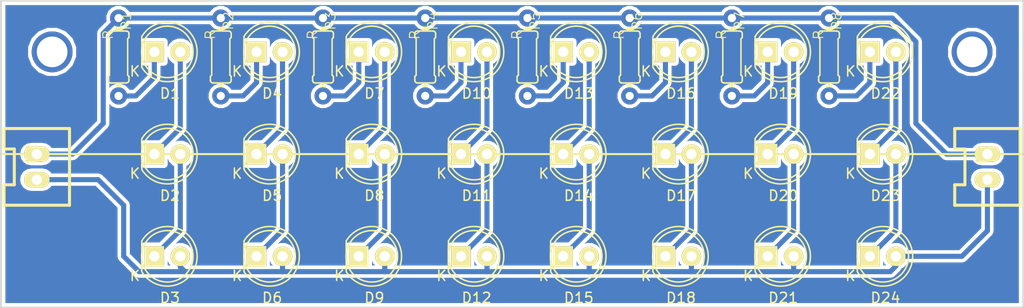
<source format=kicad_pcb>
(kicad_pcb (version 4) (host pcbnew 4.0.6)

  (general
    (links 42)
    (no_connects 0)
    (area -0.100001 -0.075001 100.100001 30.139)
    (thickness 1.6)
    (drawings 5)
    (tracks 105)
    (zones 0)
    (modules 34)
    (nets 27)
  )

  (page A4)
  (layers
    (0 F.Cu signal)
    (31 B.Cu signal)
    (32 B.Adhes user)
    (33 F.Adhes user)
    (34 B.Paste user)
    (35 F.Paste user)
    (36 B.SilkS user)
    (37 F.SilkS user)
    (38 B.Mask user)
    (39 F.Mask user)
    (40 Dwgs.User user)
    (41 Cmts.User user)
    (42 Eco1.User user)
    (43 Eco2.User user)
    (44 Edge.Cuts user)
    (45 Margin user)
    (46 B.CrtYd user)
    (47 F.CrtYd user)
    (48 B.Fab user)
    (49 F.Fab user)
  )

  (setup
    (last_trace_width 0.25)
    (user_trace_width 0.5)
    (user_trace_width 1)
    (trace_clearance 0.2)
    (zone_clearance 0.35)
    (zone_45_only no)
    (trace_min 0.2)
    (segment_width 0.2)
    (edge_width 0.15)
    (via_size 0.6)
    (via_drill 0.4)
    (via_min_size 0.4)
    (via_min_drill 0.3)
    (user_via 1.2 0.8)
    (user_via 4 3)
    (uvia_size 0.3)
    (uvia_drill 0.1)
    (uvias_allowed no)
    (uvia_min_size 0.2)
    (uvia_min_drill 0.1)
    (pcb_text_width 0.3)
    (pcb_text_size 1.5 1.5)
    (mod_edge_width 0.15)
    (mod_text_size 1 1)
    (mod_text_width 0.15)
    (pad_size 1.524 1.524)
    (pad_drill 0.762)
    (pad_to_mask_clearance 0.2)
    (aux_axis_origin 0 0)
    (visible_elements 7FFFFFFF)
    (pcbplotparams
      (layerselection 0x01000_80000000)
      (usegerberextensions false)
      (excludeedgelayer true)
      (linewidth 0.100000)
      (plotframeref false)
      (viasonmask false)
      (mode 1)
      (useauxorigin false)
      (hpglpennumber 1)
      (hpglpenspeed 20)
      (hpglpendiameter 15)
      (hpglpenoverlay 2)
      (psnegative false)
      (psa4output false)
      (plotreference true)
      (plotvalue true)
      (plotinvisibletext false)
      (padsonsilk false)
      (subtractmaskfromsilk false)
      (outputformat 1)
      (mirror false)
      (drillshape 0)
      (scaleselection 1)
      (outputdirectory ""))
  )

  (net 0 "")
  (net 1 "Net-(D1-Pad1)")
  (net 2 "Net-(D1-Pad2)")
  (net 3 "Net-(D2-Pad2)")
  (net 4 GND)
  (net 5 "Net-(D4-Pad1)")
  (net 6 "Net-(D4-Pad2)")
  (net 7 "Net-(D5-Pad2)")
  (net 8 "Net-(D7-Pad1)")
  (net 9 "Net-(D7-Pad2)")
  (net 10 "Net-(D8-Pad2)")
  (net 11 "Net-(D10-Pad1)")
  (net 12 "Net-(D10-Pad2)")
  (net 13 "Net-(D11-Pad2)")
  (net 14 "Net-(D13-Pad1)")
  (net 15 "Net-(D13-Pad2)")
  (net 16 "Net-(D14-Pad2)")
  (net 17 "Net-(D16-Pad1)")
  (net 18 "Net-(D16-Pad2)")
  (net 19 "Net-(D17-Pad2)")
  (net 20 "Net-(D19-Pad1)")
  (net 21 "Net-(D19-Pad2)")
  (net 22 "Net-(D20-Pad2)")
  (net 23 "Net-(D22-Pad1)")
  (net 24 "Net-(D22-Pad2)")
  (net 25 "Net-(D23-Pad2)")
  (net 26 +12V)

  (net_class Default "これは標準のネット クラスです。"
    (clearance 0.2)
    (trace_width 0.25)
    (via_dia 0.6)
    (via_drill 0.4)
    (uvia_dia 0.3)
    (uvia_drill 0.1)
    (add_net +12V)
    (add_net GND)
    (add_net "Net-(D1-Pad1)")
    (add_net "Net-(D1-Pad2)")
    (add_net "Net-(D10-Pad1)")
    (add_net "Net-(D10-Pad2)")
    (add_net "Net-(D11-Pad2)")
    (add_net "Net-(D13-Pad1)")
    (add_net "Net-(D13-Pad2)")
    (add_net "Net-(D14-Pad2)")
    (add_net "Net-(D16-Pad1)")
    (add_net "Net-(D16-Pad2)")
    (add_net "Net-(D17-Pad2)")
    (add_net "Net-(D19-Pad1)")
    (add_net "Net-(D19-Pad2)")
    (add_net "Net-(D2-Pad2)")
    (add_net "Net-(D20-Pad2)")
    (add_net "Net-(D22-Pad1)")
    (add_net "Net-(D22-Pad2)")
    (add_net "Net-(D23-Pad2)")
    (add_net "Net-(D4-Pad1)")
    (add_net "Net-(D4-Pad2)")
    (add_net "Net-(D5-Pad2)")
    (add_net "Net-(D7-Pad1)")
    (add_net "Net-(D7-Pad2)")
    (add_net "Net-(D8-Pad2)")
  )

  (module LEDs:LED-5MM (layer F.Cu) (tedit 5570F7EA) (tstamp 595CC07F)
    (at 15 5)
    (descr "LED 5mm round vertical")
    (tags "LED 5mm round vertical")
    (path /595CCCCE)
    (fp_text reference D1 (at 1.524 4.064) (layer F.SilkS)
      (effects (font (size 1 1) (thickness 0.15)))
    )
    (fp_text value LED (at 1.524 -3.937) (layer F.Fab)
      (effects (font (size 1 1) (thickness 0.15)))
    )
    (fp_line (start -1.5 -1.55) (end -1.5 1.55) (layer F.CrtYd) (width 0.05))
    (fp_arc (start 1.3 0) (end -1.5 1.55) (angle -302) (layer F.CrtYd) (width 0.05))
    (fp_arc (start 1.27 0) (end -1.23 -1.5) (angle 297.5) (layer F.SilkS) (width 0.15))
    (fp_line (start -1.23 1.5) (end -1.23 -1.5) (layer F.SilkS) (width 0.15))
    (fp_circle (center 1.27 0) (end 0.97 -2.5) (layer F.SilkS) (width 0.15))
    (fp_text user K (at -1.905 1.905) (layer F.SilkS)
      (effects (font (size 1 1) (thickness 0.15)))
    )
    (pad 1 thru_hole rect (at 0 0 90) (size 2 1.9) (drill 1.00076) (layers *.Cu *.Mask F.SilkS)
      (net 1 "Net-(D1-Pad1)"))
    (pad 2 thru_hole circle (at 2.54 0) (size 1.9 1.9) (drill 1.00076) (layers *.Cu *.Mask F.SilkS)
      (net 2 "Net-(D1-Pad2)"))
    (model LEDs.3dshapes/LED-5MM.wrl
      (at (xyz 0.05 0 0))
      (scale (xyz 1 1 1))
      (rotate (xyz 0 0 90))
    )
  )

  (module LEDs:LED-5MM (layer F.Cu) (tedit 5570F7EA) (tstamp 595CC085)
    (at 15 15)
    (descr "LED 5mm round vertical")
    (tags "LED 5mm round vertical")
    (path /595CCCC8)
    (fp_text reference D2 (at 1.524 4.064) (layer F.SilkS)
      (effects (font (size 1 1) (thickness 0.15)))
    )
    (fp_text value LED (at 1.524 -3.937) (layer F.Fab)
      (effects (font (size 1 1) (thickness 0.15)))
    )
    (fp_line (start -1.5 -1.55) (end -1.5 1.55) (layer F.CrtYd) (width 0.05))
    (fp_arc (start 1.3 0) (end -1.5 1.55) (angle -302) (layer F.CrtYd) (width 0.05))
    (fp_arc (start 1.27 0) (end -1.23 -1.5) (angle 297.5) (layer F.SilkS) (width 0.15))
    (fp_line (start -1.23 1.5) (end -1.23 -1.5) (layer F.SilkS) (width 0.15))
    (fp_circle (center 1.27 0) (end 0.97 -2.5) (layer F.SilkS) (width 0.15))
    (fp_text user K (at -1.905 1.905) (layer F.SilkS)
      (effects (font (size 1 1) (thickness 0.15)))
    )
    (pad 1 thru_hole rect (at 0 0 90) (size 2 1.9) (drill 1.00076) (layers *.Cu *.Mask F.SilkS)
      (net 2 "Net-(D1-Pad2)"))
    (pad 2 thru_hole circle (at 2.54 0) (size 1.9 1.9) (drill 1.00076) (layers *.Cu *.Mask F.SilkS)
      (net 3 "Net-(D2-Pad2)"))
    (model LEDs.3dshapes/LED-5MM.wrl
      (at (xyz 0.05 0 0))
      (scale (xyz 1 1 1))
      (rotate (xyz 0 0 90))
    )
  )

  (module LEDs:LED-5MM (layer F.Cu) (tedit 5570F7EA) (tstamp 595CC08B)
    (at 15 25)
    (descr "LED 5mm round vertical")
    (tags "LED 5mm round vertical")
    (path /595CCCC2)
    (fp_text reference D3 (at 1.524 4.064) (layer F.SilkS)
      (effects (font (size 1 1) (thickness 0.15)))
    )
    (fp_text value LED (at 1.524 -3.937) (layer F.Fab)
      (effects (font (size 1 1) (thickness 0.15)))
    )
    (fp_line (start -1.5 -1.55) (end -1.5 1.55) (layer F.CrtYd) (width 0.05))
    (fp_arc (start 1.3 0) (end -1.5 1.55) (angle -302) (layer F.CrtYd) (width 0.05))
    (fp_arc (start 1.27 0) (end -1.23 -1.5) (angle 297.5) (layer F.SilkS) (width 0.15))
    (fp_line (start -1.23 1.5) (end -1.23 -1.5) (layer F.SilkS) (width 0.15))
    (fp_circle (center 1.27 0) (end 0.97 -2.5) (layer F.SilkS) (width 0.15))
    (fp_text user K (at -1.905 1.905) (layer F.SilkS)
      (effects (font (size 1 1) (thickness 0.15)))
    )
    (pad 1 thru_hole rect (at 0 0 90) (size 2 1.9) (drill 1.00076) (layers *.Cu *.Mask F.SilkS)
      (net 3 "Net-(D2-Pad2)"))
    (pad 2 thru_hole circle (at 2.54 0) (size 1.9 1.9) (drill 1.00076) (layers *.Cu *.Mask F.SilkS)
      (net 4 GND))
    (model LEDs.3dshapes/LED-5MM.wrl
      (at (xyz 0.05 0 0))
      (scale (xyz 1 1 1))
      (rotate (xyz 0 0 90))
    )
  )

  (module LEDs:LED-5MM (layer F.Cu) (tedit 5570F7EA) (tstamp 595CC091)
    (at 25 5)
    (descr "LED 5mm round vertical")
    (tags "LED 5mm round vertical")
    (path /595CCCF2)
    (fp_text reference D4 (at 1.524 4.064) (layer F.SilkS)
      (effects (font (size 1 1) (thickness 0.15)))
    )
    (fp_text value LED (at 1.524 -3.937) (layer F.Fab)
      (effects (font (size 1 1) (thickness 0.15)))
    )
    (fp_line (start -1.5 -1.55) (end -1.5 1.55) (layer F.CrtYd) (width 0.05))
    (fp_arc (start 1.3 0) (end -1.5 1.55) (angle -302) (layer F.CrtYd) (width 0.05))
    (fp_arc (start 1.27 0) (end -1.23 -1.5) (angle 297.5) (layer F.SilkS) (width 0.15))
    (fp_line (start -1.23 1.5) (end -1.23 -1.5) (layer F.SilkS) (width 0.15))
    (fp_circle (center 1.27 0) (end 0.97 -2.5) (layer F.SilkS) (width 0.15))
    (fp_text user K (at -1.905 1.905) (layer F.SilkS)
      (effects (font (size 1 1) (thickness 0.15)))
    )
    (pad 1 thru_hole rect (at 0 0 90) (size 2 1.9) (drill 1.00076) (layers *.Cu *.Mask F.SilkS)
      (net 5 "Net-(D4-Pad1)"))
    (pad 2 thru_hole circle (at 2.54 0) (size 1.9 1.9) (drill 1.00076) (layers *.Cu *.Mask F.SilkS)
      (net 6 "Net-(D4-Pad2)"))
    (model LEDs.3dshapes/LED-5MM.wrl
      (at (xyz 0.05 0 0))
      (scale (xyz 1 1 1))
      (rotate (xyz 0 0 90))
    )
  )

  (module LEDs:LED-5MM (layer F.Cu) (tedit 5570F7EA) (tstamp 595CC097)
    (at 25 15)
    (descr "LED 5mm round vertical")
    (tags "LED 5mm round vertical")
    (path /595CCCEC)
    (fp_text reference D5 (at 1.524 4.064) (layer F.SilkS)
      (effects (font (size 1 1) (thickness 0.15)))
    )
    (fp_text value LED (at 1.524 -3.937) (layer F.Fab)
      (effects (font (size 1 1) (thickness 0.15)))
    )
    (fp_line (start -1.5 -1.55) (end -1.5 1.55) (layer F.CrtYd) (width 0.05))
    (fp_arc (start 1.3 0) (end -1.5 1.55) (angle -302) (layer F.CrtYd) (width 0.05))
    (fp_arc (start 1.27 0) (end -1.23 -1.5) (angle 297.5) (layer F.SilkS) (width 0.15))
    (fp_line (start -1.23 1.5) (end -1.23 -1.5) (layer F.SilkS) (width 0.15))
    (fp_circle (center 1.27 0) (end 0.97 -2.5) (layer F.SilkS) (width 0.15))
    (fp_text user K (at -1.905 1.905) (layer F.SilkS)
      (effects (font (size 1 1) (thickness 0.15)))
    )
    (pad 1 thru_hole rect (at 0 0 90) (size 2 1.9) (drill 1.00076) (layers *.Cu *.Mask F.SilkS)
      (net 6 "Net-(D4-Pad2)"))
    (pad 2 thru_hole circle (at 2.54 0) (size 1.9 1.9) (drill 1.00076) (layers *.Cu *.Mask F.SilkS)
      (net 7 "Net-(D5-Pad2)"))
    (model LEDs.3dshapes/LED-5MM.wrl
      (at (xyz 0.05 0 0))
      (scale (xyz 1 1 1))
      (rotate (xyz 0 0 90))
    )
  )

  (module LEDs:LED-5MM (layer F.Cu) (tedit 5570F7EA) (tstamp 595CC09D)
    (at 25 25)
    (descr "LED 5mm round vertical")
    (tags "LED 5mm round vertical")
    (path /595CCCE6)
    (fp_text reference D6 (at 1.524 4.064) (layer F.SilkS)
      (effects (font (size 1 1) (thickness 0.15)))
    )
    (fp_text value LED (at 1.524 -3.937) (layer F.Fab)
      (effects (font (size 1 1) (thickness 0.15)))
    )
    (fp_line (start -1.5 -1.55) (end -1.5 1.55) (layer F.CrtYd) (width 0.05))
    (fp_arc (start 1.3 0) (end -1.5 1.55) (angle -302) (layer F.CrtYd) (width 0.05))
    (fp_arc (start 1.27 0) (end -1.23 -1.5) (angle 297.5) (layer F.SilkS) (width 0.15))
    (fp_line (start -1.23 1.5) (end -1.23 -1.5) (layer F.SilkS) (width 0.15))
    (fp_circle (center 1.27 0) (end 0.97 -2.5) (layer F.SilkS) (width 0.15))
    (fp_text user K (at -1.905 1.905) (layer F.SilkS)
      (effects (font (size 1 1) (thickness 0.15)))
    )
    (pad 1 thru_hole rect (at 0 0 90) (size 2 1.9) (drill 1.00076) (layers *.Cu *.Mask F.SilkS)
      (net 7 "Net-(D5-Pad2)"))
    (pad 2 thru_hole circle (at 2.54 0) (size 1.9 1.9) (drill 1.00076) (layers *.Cu *.Mask F.SilkS)
      (net 4 GND))
    (model LEDs.3dshapes/LED-5MM.wrl
      (at (xyz 0.05 0 0))
      (scale (xyz 1 1 1))
      (rotate (xyz 0 0 90))
    )
  )

  (module LEDs:LED-5MM (layer F.Cu) (tedit 5570F7EA) (tstamp 595CC0A3)
    (at 35 5)
    (descr "LED 5mm round vertical")
    (tags "LED 5mm round vertical")
    (path /595CCD16)
    (fp_text reference D7 (at 1.524 4.064) (layer F.SilkS)
      (effects (font (size 1 1) (thickness 0.15)))
    )
    (fp_text value LED (at 1.524 -3.937) (layer F.Fab)
      (effects (font (size 1 1) (thickness 0.15)))
    )
    (fp_line (start -1.5 -1.55) (end -1.5 1.55) (layer F.CrtYd) (width 0.05))
    (fp_arc (start 1.3 0) (end -1.5 1.55) (angle -302) (layer F.CrtYd) (width 0.05))
    (fp_arc (start 1.27 0) (end -1.23 -1.5) (angle 297.5) (layer F.SilkS) (width 0.15))
    (fp_line (start -1.23 1.5) (end -1.23 -1.5) (layer F.SilkS) (width 0.15))
    (fp_circle (center 1.27 0) (end 0.97 -2.5) (layer F.SilkS) (width 0.15))
    (fp_text user K (at -1.905 1.905) (layer F.SilkS)
      (effects (font (size 1 1) (thickness 0.15)))
    )
    (pad 1 thru_hole rect (at 0 0 90) (size 2 1.9) (drill 1.00076) (layers *.Cu *.Mask F.SilkS)
      (net 8 "Net-(D7-Pad1)"))
    (pad 2 thru_hole circle (at 2.54 0) (size 1.9 1.9) (drill 1.00076) (layers *.Cu *.Mask F.SilkS)
      (net 9 "Net-(D7-Pad2)"))
    (model LEDs.3dshapes/LED-5MM.wrl
      (at (xyz 0.05 0 0))
      (scale (xyz 1 1 1))
      (rotate (xyz 0 0 90))
    )
  )

  (module LEDs:LED-5MM (layer F.Cu) (tedit 5570F7EA) (tstamp 595CC0A9)
    (at 35 15)
    (descr "LED 5mm round vertical")
    (tags "LED 5mm round vertical")
    (path /595CCD10)
    (fp_text reference D8 (at 1.524 4.064) (layer F.SilkS)
      (effects (font (size 1 1) (thickness 0.15)))
    )
    (fp_text value LED (at 1.524 -3.937) (layer F.Fab)
      (effects (font (size 1 1) (thickness 0.15)))
    )
    (fp_line (start -1.5 -1.55) (end -1.5 1.55) (layer F.CrtYd) (width 0.05))
    (fp_arc (start 1.3 0) (end -1.5 1.55) (angle -302) (layer F.CrtYd) (width 0.05))
    (fp_arc (start 1.27 0) (end -1.23 -1.5) (angle 297.5) (layer F.SilkS) (width 0.15))
    (fp_line (start -1.23 1.5) (end -1.23 -1.5) (layer F.SilkS) (width 0.15))
    (fp_circle (center 1.27 0) (end 0.97 -2.5) (layer F.SilkS) (width 0.15))
    (fp_text user K (at -1.905 1.905) (layer F.SilkS)
      (effects (font (size 1 1) (thickness 0.15)))
    )
    (pad 1 thru_hole rect (at 0 0 90) (size 2 1.9) (drill 1.00076) (layers *.Cu *.Mask F.SilkS)
      (net 9 "Net-(D7-Pad2)"))
    (pad 2 thru_hole circle (at 2.54 0) (size 1.9 1.9) (drill 1.00076) (layers *.Cu *.Mask F.SilkS)
      (net 10 "Net-(D8-Pad2)"))
    (model LEDs.3dshapes/LED-5MM.wrl
      (at (xyz 0.05 0 0))
      (scale (xyz 1 1 1))
      (rotate (xyz 0 0 90))
    )
  )

  (module LEDs:LED-5MM (layer F.Cu) (tedit 5570F7EA) (tstamp 595CC0AF)
    (at 35 25)
    (descr "LED 5mm round vertical")
    (tags "LED 5mm round vertical")
    (path /595CCD0A)
    (fp_text reference D9 (at 1.524 4.064) (layer F.SilkS)
      (effects (font (size 1 1) (thickness 0.15)))
    )
    (fp_text value LED (at 1.524 -3.937) (layer F.Fab)
      (effects (font (size 1 1) (thickness 0.15)))
    )
    (fp_line (start -1.5 -1.55) (end -1.5 1.55) (layer F.CrtYd) (width 0.05))
    (fp_arc (start 1.3 0) (end -1.5 1.55) (angle -302) (layer F.CrtYd) (width 0.05))
    (fp_arc (start 1.27 0) (end -1.23 -1.5) (angle 297.5) (layer F.SilkS) (width 0.15))
    (fp_line (start -1.23 1.5) (end -1.23 -1.5) (layer F.SilkS) (width 0.15))
    (fp_circle (center 1.27 0) (end 0.97 -2.5) (layer F.SilkS) (width 0.15))
    (fp_text user K (at -1.905 1.905) (layer F.SilkS)
      (effects (font (size 1 1) (thickness 0.15)))
    )
    (pad 1 thru_hole rect (at 0 0 90) (size 2 1.9) (drill 1.00076) (layers *.Cu *.Mask F.SilkS)
      (net 10 "Net-(D8-Pad2)"))
    (pad 2 thru_hole circle (at 2.54 0) (size 1.9 1.9) (drill 1.00076) (layers *.Cu *.Mask F.SilkS)
      (net 4 GND))
    (model LEDs.3dshapes/LED-5MM.wrl
      (at (xyz 0.05 0 0))
      (scale (xyz 1 1 1))
      (rotate (xyz 0 0 90))
    )
  )

  (module LEDs:LED-5MM (layer F.Cu) (tedit 5570F7EA) (tstamp 595CC0B5)
    (at 45 5)
    (descr "LED 5mm round vertical")
    (tags "LED 5mm round vertical")
    (path /595CCD3A)
    (fp_text reference D10 (at 1.524 4.064) (layer F.SilkS)
      (effects (font (size 1 1) (thickness 0.15)))
    )
    (fp_text value LED (at 1.524 -3.937) (layer F.Fab)
      (effects (font (size 1 1) (thickness 0.15)))
    )
    (fp_line (start -1.5 -1.55) (end -1.5 1.55) (layer F.CrtYd) (width 0.05))
    (fp_arc (start 1.3 0) (end -1.5 1.55) (angle -302) (layer F.CrtYd) (width 0.05))
    (fp_arc (start 1.27 0) (end -1.23 -1.5) (angle 297.5) (layer F.SilkS) (width 0.15))
    (fp_line (start -1.23 1.5) (end -1.23 -1.5) (layer F.SilkS) (width 0.15))
    (fp_circle (center 1.27 0) (end 0.97 -2.5) (layer F.SilkS) (width 0.15))
    (fp_text user K (at -1.905 1.905) (layer F.SilkS)
      (effects (font (size 1 1) (thickness 0.15)))
    )
    (pad 1 thru_hole rect (at 0 0 90) (size 2 1.9) (drill 1.00076) (layers *.Cu *.Mask F.SilkS)
      (net 11 "Net-(D10-Pad1)"))
    (pad 2 thru_hole circle (at 2.54 0) (size 1.9 1.9) (drill 1.00076) (layers *.Cu *.Mask F.SilkS)
      (net 12 "Net-(D10-Pad2)"))
    (model LEDs.3dshapes/LED-5MM.wrl
      (at (xyz 0.05 0 0))
      (scale (xyz 1 1 1))
      (rotate (xyz 0 0 90))
    )
  )

  (module LEDs:LED-5MM (layer F.Cu) (tedit 5570F7EA) (tstamp 595CC0BB)
    (at 45 15)
    (descr "LED 5mm round vertical")
    (tags "LED 5mm round vertical")
    (path /595CCD34)
    (fp_text reference D11 (at 1.524 4.064) (layer F.SilkS)
      (effects (font (size 1 1) (thickness 0.15)))
    )
    (fp_text value LED (at 1.524 -3.937) (layer F.Fab)
      (effects (font (size 1 1) (thickness 0.15)))
    )
    (fp_line (start -1.5 -1.55) (end -1.5 1.55) (layer F.CrtYd) (width 0.05))
    (fp_arc (start 1.3 0) (end -1.5 1.55) (angle -302) (layer F.CrtYd) (width 0.05))
    (fp_arc (start 1.27 0) (end -1.23 -1.5) (angle 297.5) (layer F.SilkS) (width 0.15))
    (fp_line (start -1.23 1.5) (end -1.23 -1.5) (layer F.SilkS) (width 0.15))
    (fp_circle (center 1.27 0) (end 0.97 -2.5) (layer F.SilkS) (width 0.15))
    (fp_text user K (at -1.905 1.905) (layer F.SilkS)
      (effects (font (size 1 1) (thickness 0.15)))
    )
    (pad 1 thru_hole rect (at 0 0 90) (size 2 1.9) (drill 1.00076) (layers *.Cu *.Mask F.SilkS)
      (net 12 "Net-(D10-Pad2)"))
    (pad 2 thru_hole circle (at 2.54 0) (size 1.9 1.9) (drill 1.00076) (layers *.Cu *.Mask F.SilkS)
      (net 13 "Net-(D11-Pad2)"))
    (model LEDs.3dshapes/LED-5MM.wrl
      (at (xyz 0.05 0 0))
      (scale (xyz 1 1 1))
      (rotate (xyz 0 0 90))
    )
  )

  (module LEDs:LED-5MM (layer F.Cu) (tedit 5570F7EA) (tstamp 595CC0C1)
    (at 45 25)
    (descr "LED 5mm round vertical")
    (tags "LED 5mm round vertical")
    (path /595CCD2E)
    (fp_text reference D12 (at 1.524 4.064) (layer F.SilkS)
      (effects (font (size 1 1) (thickness 0.15)))
    )
    (fp_text value LED (at 1.524 -3.937) (layer F.Fab)
      (effects (font (size 1 1) (thickness 0.15)))
    )
    (fp_line (start -1.5 -1.55) (end -1.5 1.55) (layer F.CrtYd) (width 0.05))
    (fp_arc (start 1.3 0) (end -1.5 1.55) (angle -302) (layer F.CrtYd) (width 0.05))
    (fp_arc (start 1.27 0) (end -1.23 -1.5) (angle 297.5) (layer F.SilkS) (width 0.15))
    (fp_line (start -1.23 1.5) (end -1.23 -1.5) (layer F.SilkS) (width 0.15))
    (fp_circle (center 1.27 0) (end 0.97 -2.5) (layer F.SilkS) (width 0.15))
    (fp_text user K (at -1.905 1.905) (layer F.SilkS)
      (effects (font (size 1 1) (thickness 0.15)))
    )
    (pad 1 thru_hole rect (at 0 0 90) (size 2 1.9) (drill 1.00076) (layers *.Cu *.Mask F.SilkS)
      (net 13 "Net-(D11-Pad2)"))
    (pad 2 thru_hole circle (at 2.54 0) (size 1.9 1.9) (drill 1.00076) (layers *.Cu *.Mask F.SilkS)
      (net 4 GND))
    (model LEDs.3dshapes/LED-5MM.wrl
      (at (xyz 0.05 0 0))
      (scale (xyz 1 1 1))
      (rotate (xyz 0 0 90))
    )
  )

  (module LEDs:LED-5MM (layer F.Cu) (tedit 5570F7EA) (tstamp 595CC0C7)
    (at 55 5)
    (descr "LED 5mm round vertical")
    (tags "LED 5mm round vertical")
    (path /595CC124)
    (fp_text reference D13 (at 1.524 4.064) (layer F.SilkS)
      (effects (font (size 1 1) (thickness 0.15)))
    )
    (fp_text value LED (at 1.524 -3.937) (layer F.Fab)
      (effects (font (size 1 1) (thickness 0.15)))
    )
    (fp_line (start -1.5 -1.55) (end -1.5 1.55) (layer F.CrtYd) (width 0.05))
    (fp_arc (start 1.3 0) (end -1.5 1.55) (angle -302) (layer F.CrtYd) (width 0.05))
    (fp_arc (start 1.27 0) (end -1.23 -1.5) (angle 297.5) (layer F.SilkS) (width 0.15))
    (fp_line (start -1.23 1.5) (end -1.23 -1.5) (layer F.SilkS) (width 0.15))
    (fp_circle (center 1.27 0) (end 0.97 -2.5) (layer F.SilkS) (width 0.15))
    (fp_text user K (at -1.905 1.905) (layer F.SilkS)
      (effects (font (size 1 1) (thickness 0.15)))
    )
    (pad 1 thru_hole rect (at 0 0 90) (size 2 1.9) (drill 1.00076) (layers *.Cu *.Mask F.SilkS)
      (net 14 "Net-(D13-Pad1)"))
    (pad 2 thru_hole circle (at 2.54 0) (size 1.9 1.9) (drill 1.00076) (layers *.Cu *.Mask F.SilkS)
      (net 15 "Net-(D13-Pad2)"))
    (model LEDs.3dshapes/LED-5MM.wrl
      (at (xyz 0.05 0 0))
      (scale (xyz 1 1 1))
      (rotate (xyz 0 0 90))
    )
  )

  (module LEDs:LED-5MM (layer F.Cu) (tedit 5570F7EA) (tstamp 595CC0CD)
    (at 55 15)
    (descr "LED 5mm round vertical")
    (tags "LED 5mm round vertical")
    (path /595CC11E)
    (fp_text reference D14 (at 1.524 4.064) (layer F.SilkS)
      (effects (font (size 1 1) (thickness 0.15)))
    )
    (fp_text value LED (at 1.524 -3.937) (layer F.Fab)
      (effects (font (size 1 1) (thickness 0.15)))
    )
    (fp_line (start -1.5 -1.55) (end -1.5 1.55) (layer F.CrtYd) (width 0.05))
    (fp_arc (start 1.3 0) (end -1.5 1.55) (angle -302) (layer F.CrtYd) (width 0.05))
    (fp_arc (start 1.27 0) (end -1.23 -1.5) (angle 297.5) (layer F.SilkS) (width 0.15))
    (fp_line (start -1.23 1.5) (end -1.23 -1.5) (layer F.SilkS) (width 0.15))
    (fp_circle (center 1.27 0) (end 0.97 -2.5) (layer F.SilkS) (width 0.15))
    (fp_text user K (at -1.905 1.905) (layer F.SilkS)
      (effects (font (size 1 1) (thickness 0.15)))
    )
    (pad 1 thru_hole rect (at 0 0 90) (size 2 1.9) (drill 1.00076) (layers *.Cu *.Mask F.SilkS)
      (net 15 "Net-(D13-Pad2)"))
    (pad 2 thru_hole circle (at 2.54 0) (size 1.9 1.9) (drill 1.00076) (layers *.Cu *.Mask F.SilkS)
      (net 16 "Net-(D14-Pad2)"))
    (model LEDs.3dshapes/LED-5MM.wrl
      (at (xyz 0.05 0 0))
      (scale (xyz 1 1 1))
      (rotate (xyz 0 0 90))
    )
  )

  (module LEDs:LED-5MM (layer F.Cu) (tedit 5570F7EA) (tstamp 595CC0D3)
    (at 55 25)
    (descr "LED 5mm round vertical")
    (tags "LED 5mm round vertical")
    (path /595CC118)
    (fp_text reference D15 (at 1.524 4.064) (layer F.SilkS)
      (effects (font (size 1 1) (thickness 0.15)))
    )
    (fp_text value LED (at 1.524 -3.937) (layer F.Fab)
      (effects (font (size 1 1) (thickness 0.15)))
    )
    (fp_line (start -1.5 -1.55) (end -1.5 1.55) (layer F.CrtYd) (width 0.05))
    (fp_arc (start 1.3 0) (end -1.5 1.55) (angle -302) (layer F.CrtYd) (width 0.05))
    (fp_arc (start 1.27 0) (end -1.23 -1.5) (angle 297.5) (layer F.SilkS) (width 0.15))
    (fp_line (start -1.23 1.5) (end -1.23 -1.5) (layer F.SilkS) (width 0.15))
    (fp_circle (center 1.27 0) (end 0.97 -2.5) (layer F.SilkS) (width 0.15))
    (fp_text user K (at -1.905 1.905) (layer F.SilkS)
      (effects (font (size 1 1) (thickness 0.15)))
    )
    (pad 1 thru_hole rect (at 0 0 90) (size 2 1.9) (drill 1.00076) (layers *.Cu *.Mask F.SilkS)
      (net 16 "Net-(D14-Pad2)"))
    (pad 2 thru_hole circle (at 2.54 0) (size 1.9 1.9) (drill 1.00076) (layers *.Cu *.Mask F.SilkS)
      (net 4 GND))
    (model LEDs.3dshapes/LED-5MM.wrl
      (at (xyz 0.05 0 0))
      (scale (xyz 1 1 1))
      (rotate (xyz 0 0 90))
    )
  )

  (module LEDs:LED-5MM (layer F.Cu) (tedit 5570F7EA) (tstamp 595CC0D9)
    (at 65 5)
    (descr "LED 5mm round vertical")
    (tags "LED 5mm round vertical")
    (path /595CCA1A)
    (fp_text reference D16 (at 1.524 4.064) (layer F.SilkS)
      (effects (font (size 1 1) (thickness 0.15)))
    )
    (fp_text value LED (at 1.524 -3.937) (layer F.Fab)
      (effects (font (size 1 1) (thickness 0.15)))
    )
    (fp_line (start -1.5 -1.55) (end -1.5 1.55) (layer F.CrtYd) (width 0.05))
    (fp_arc (start 1.3 0) (end -1.5 1.55) (angle -302) (layer F.CrtYd) (width 0.05))
    (fp_arc (start 1.27 0) (end -1.23 -1.5) (angle 297.5) (layer F.SilkS) (width 0.15))
    (fp_line (start -1.23 1.5) (end -1.23 -1.5) (layer F.SilkS) (width 0.15))
    (fp_circle (center 1.27 0) (end 0.97 -2.5) (layer F.SilkS) (width 0.15))
    (fp_text user K (at -1.905 1.905) (layer F.SilkS)
      (effects (font (size 1 1) (thickness 0.15)))
    )
    (pad 1 thru_hole rect (at 0 0 90) (size 2 1.9) (drill 1.00076) (layers *.Cu *.Mask F.SilkS)
      (net 17 "Net-(D16-Pad1)"))
    (pad 2 thru_hole circle (at 2.54 0) (size 1.9 1.9) (drill 1.00076) (layers *.Cu *.Mask F.SilkS)
      (net 18 "Net-(D16-Pad2)"))
    (model LEDs.3dshapes/LED-5MM.wrl
      (at (xyz 0.05 0 0))
      (scale (xyz 1 1 1))
      (rotate (xyz 0 0 90))
    )
  )

  (module LEDs:LED-5MM (layer F.Cu) (tedit 5570F7EA) (tstamp 595CC0DF)
    (at 65 15)
    (descr "LED 5mm round vertical")
    (tags "LED 5mm round vertical")
    (path /595CCA14)
    (fp_text reference D17 (at 1.524 4.064) (layer F.SilkS)
      (effects (font (size 1 1) (thickness 0.15)))
    )
    (fp_text value LED (at 1.524 -3.937) (layer F.Fab)
      (effects (font (size 1 1) (thickness 0.15)))
    )
    (fp_line (start -1.5 -1.55) (end -1.5 1.55) (layer F.CrtYd) (width 0.05))
    (fp_arc (start 1.3 0) (end -1.5 1.55) (angle -302) (layer F.CrtYd) (width 0.05))
    (fp_arc (start 1.27 0) (end -1.23 -1.5) (angle 297.5) (layer F.SilkS) (width 0.15))
    (fp_line (start -1.23 1.5) (end -1.23 -1.5) (layer F.SilkS) (width 0.15))
    (fp_circle (center 1.27 0) (end 0.97 -2.5) (layer F.SilkS) (width 0.15))
    (fp_text user K (at -1.905 1.905) (layer F.SilkS)
      (effects (font (size 1 1) (thickness 0.15)))
    )
    (pad 1 thru_hole rect (at 0 0 90) (size 2 1.9) (drill 1.00076) (layers *.Cu *.Mask F.SilkS)
      (net 18 "Net-(D16-Pad2)"))
    (pad 2 thru_hole circle (at 2.54 0) (size 1.9 1.9) (drill 1.00076) (layers *.Cu *.Mask F.SilkS)
      (net 19 "Net-(D17-Pad2)"))
    (model LEDs.3dshapes/LED-5MM.wrl
      (at (xyz 0.05 0 0))
      (scale (xyz 1 1 1))
      (rotate (xyz 0 0 90))
    )
  )

  (module LEDs:LED-5MM (layer F.Cu) (tedit 5570F7EA) (tstamp 595CC0E5)
    (at 65 25)
    (descr "LED 5mm round vertical")
    (tags "LED 5mm round vertical")
    (path /595CCA0E)
    (fp_text reference D18 (at 1.524 4.064) (layer F.SilkS)
      (effects (font (size 1 1) (thickness 0.15)))
    )
    (fp_text value LED (at 1.524 -3.937) (layer F.Fab)
      (effects (font (size 1 1) (thickness 0.15)))
    )
    (fp_line (start -1.5 -1.55) (end -1.5 1.55) (layer F.CrtYd) (width 0.05))
    (fp_arc (start 1.3 0) (end -1.5 1.55) (angle -302) (layer F.CrtYd) (width 0.05))
    (fp_arc (start 1.27 0) (end -1.23 -1.5) (angle 297.5) (layer F.SilkS) (width 0.15))
    (fp_line (start -1.23 1.5) (end -1.23 -1.5) (layer F.SilkS) (width 0.15))
    (fp_circle (center 1.27 0) (end 0.97 -2.5) (layer F.SilkS) (width 0.15))
    (fp_text user K (at -1.905 1.905) (layer F.SilkS)
      (effects (font (size 1 1) (thickness 0.15)))
    )
    (pad 1 thru_hole rect (at 0 0 90) (size 2 1.9) (drill 1.00076) (layers *.Cu *.Mask F.SilkS)
      (net 19 "Net-(D17-Pad2)"))
    (pad 2 thru_hole circle (at 2.54 0) (size 1.9 1.9) (drill 1.00076) (layers *.Cu *.Mask F.SilkS)
      (net 4 GND))
    (model LEDs.3dshapes/LED-5MM.wrl
      (at (xyz 0.05 0 0))
      (scale (xyz 1 1 1))
      (rotate (xyz 0 0 90))
    )
  )

  (module LEDs:LED-5MM (layer F.Cu) (tedit 5570F7EA) (tstamp 595CC0EB)
    (at 75 5)
    (descr "LED 5mm round vertical")
    (tags "LED 5mm round vertical")
    (path /595CCAF6)
    (fp_text reference D19 (at 1.524 4.064) (layer F.SilkS)
      (effects (font (size 1 1) (thickness 0.15)))
    )
    (fp_text value LED (at 1.524 -3.937) (layer F.Fab)
      (effects (font (size 1 1) (thickness 0.15)))
    )
    (fp_line (start -1.5 -1.55) (end -1.5 1.55) (layer F.CrtYd) (width 0.05))
    (fp_arc (start 1.3 0) (end -1.5 1.55) (angle -302) (layer F.CrtYd) (width 0.05))
    (fp_arc (start 1.27 0) (end -1.23 -1.5) (angle 297.5) (layer F.SilkS) (width 0.15))
    (fp_line (start -1.23 1.5) (end -1.23 -1.5) (layer F.SilkS) (width 0.15))
    (fp_circle (center 1.27 0) (end 0.97 -2.5) (layer F.SilkS) (width 0.15))
    (fp_text user K (at -1.905 1.905) (layer F.SilkS)
      (effects (font (size 1 1) (thickness 0.15)))
    )
    (pad 1 thru_hole rect (at 0 0 90) (size 2 1.9) (drill 1.00076) (layers *.Cu *.Mask F.SilkS)
      (net 20 "Net-(D19-Pad1)"))
    (pad 2 thru_hole circle (at 2.54 0) (size 1.9 1.9) (drill 1.00076) (layers *.Cu *.Mask F.SilkS)
      (net 21 "Net-(D19-Pad2)"))
    (model LEDs.3dshapes/LED-5MM.wrl
      (at (xyz 0.05 0 0))
      (scale (xyz 1 1 1))
      (rotate (xyz 0 0 90))
    )
  )

  (module LEDs:LED-5MM (layer F.Cu) (tedit 5570F7EA) (tstamp 595CC0F1)
    (at 75 15)
    (descr "LED 5mm round vertical")
    (tags "LED 5mm round vertical")
    (path /595CCAF0)
    (fp_text reference D20 (at 1.524 4.064) (layer F.SilkS)
      (effects (font (size 1 1) (thickness 0.15)))
    )
    (fp_text value LED (at 1.524 -3.937) (layer F.Fab)
      (effects (font (size 1 1) (thickness 0.15)))
    )
    (fp_line (start -1.5 -1.55) (end -1.5 1.55) (layer F.CrtYd) (width 0.05))
    (fp_arc (start 1.3 0) (end -1.5 1.55) (angle -302) (layer F.CrtYd) (width 0.05))
    (fp_arc (start 1.27 0) (end -1.23 -1.5) (angle 297.5) (layer F.SilkS) (width 0.15))
    (fp_line (start -1.23 1.5) (end -1.23 -1.5) (layer F.SilkS) (width 0.15))
    (fp_circle (center 1.27 0) (end 0.97 -2.5) (layer F.SilkS) (width 0.15))
    (fp_text user K (at -1.905 1.905) (layer F.SilkS)
      (effects (font (size 1 1) (thickness 0.15)))
    )
    (pad 1 thru_hole rect (at 0 0 90) (size 2 1.9) (drill 1.00076) (layers *.Cu *.Mask F.SilkS)
      (net 21 "Net-(D19-Pad2)"))
    (pad 2 thru_hole circle (at 2.54 0) (size 1.9 1.9) (drill 1.00076) (layers *.Cu *.Mask F.SilkS)
      (net 22 "Net-(D20-Pad2)"))
    (model LEDs.3dshapes/LED-5MM.wrl
      (at (xyz 0.05 0 0))
      (scale (xyz 1 1 1))
      (rotate (xyz 0 0 90))
    )
  )

  (module LEDs:LED-5MM (layer F.Cu) (tedit 5570F7EA) (tstamp 595CC0F7)
    (at 75 25)
    (descr "LED 5mm round vertical")
    (tags "LED 5mm round vertical")
    (path /595CCAEA)
    (fp_text reference D21 (at 1.524 4.064) (layer F.SilkS)
      (effects (font (size 1 1) (thickness 0.15)))
    )
    (fp_text value LED (at 1.524 -3.937) (layer F.Fab)
      (effects (font (size 1 1) (thickness 0.15)))
    )
    (fp_line (start -1.5 -1.55) (end -1.5 1.55) (layer F.CrtYd) (width 0.05))
    (fp_arc (start 1.3 0) (end -1.5 1.55) (angle -302) (layer F.CrtYd) (width 0.05))
    (fp_arc (start 1.27 0) (end -1.23 -1.5) (angle 297.5) (layer F.SilkS) (width 0.15))
    (fp_line (start -1.23 1.5) (end -1.23 -1.5) (layer F.SilkS) (width 0.15))
    (fp_circle (center 1.27 0) (end 0.97 -2.5) (layer F.SilkS) (width 0.15))
    (fp_text user K (at -1.905 1.905) (layer F.SilkS)
      (effects (font (size 1 1) (thickness 0.15)))
    )
    (pad 1 thru_hole rect (at 0 0 90) (size 2 1.9) (drill 1.00076) (layers *.Cu *.Mask F.SilkS)
      (net 22 "Net-(D20-Pad2)"))
    (pad 2 thru_hole circle (at 2.54 0) (size 1.9 1.9) (drill 1.00076) (layers *.Cu *.Mask F.SilkS)
      (net 4 GND))
    (model LEDs.3dshapes/LED-5MM.wrl
      (at (xyz 0.05 0 0))
      (scale (xyz 1 1 1))
      (rotate (xyz 0 0 90))
    )
  )

  (module LEDs:LED-5MM (layer F.Cu) (tedit 5570F7EA) (tstamp 595CC0FD)
    (at 85 5)
    (descr "LED 5mm round vertical")
    (tags "LED 5mm round vertical")
    (path /595CCB1A)
    (fp_text reference D22 (at 1.524 4.064) (layer F.SilkS)
      (effects (font (size 1 1) (thickness 0.15)))
    )
    (fp_text value LED (at 1.524 -3.937) (layer F.Fab)
      (effects (font (size 1 1) (thickness 0.15)))
    )
    (fp_line (start -1.5 -1.55) (end -1.5 1.55) (layer F.CrtYd) (width 0.05))
    (fp_arc (start 1.3 0) (end -1.5 1.55) (angle -302) (layer F.CrtYd) (width 0.05))
    (fp_arc (start 1.27 0) (end -1.23 -1.5) (angle 297.5) (layer F.SilkS) (width 0.15))
    (fp_line (start -1.23 1.5) (end -1.23 -1.5) (layer F.SilkS) (width 0.15))
    (fp_circle (center 1.27 0) (end 0.97 -2.5) (layer F.SilkS) (width 0.15))
    (fp_text user K (at -1.905 1.905) (layer F.SilkS)
      (effects (font (size 1 1) (thickness 0.15)))
    )
    (pad 1 thru_hole rect (at 0 0 90) (size 2 1.9) (drill 1.00076) (layers *.Cu *.Mask F.SilkS)
      (net 23 "Net-(D22-Pad1)"))
    (pad 2 thru_hole circle (at 2.54 0) (size 1.9 1.9) (drill 1.00076) (layers *.Cu *.Mask F.SilkS)
      (net 24 "Net-(D22-Pad2)"))
    (model LEDs.3dshapes/LED-5MM.wrl
      (at (xyz 0.05 0 0))
      (scale (xyz 1 1 1))
      (rotate (xyz 0 0 90))
    )
  )

  (module LEDs:LED-5MM (layer F.Cu) (tedit 5570F7EA) (tstamp 595CC103)
    (at 85 15)
    (descr "LED 5mm round vertical")
    (tags "LED 5mm round vertical")
    (path /595CCB14)
    (fp_text reference D23 (at 1.524 4.064) (layer F.SilkS)
      (effects (font (size 1 1) (thickness 0.15)))
    )
    (fp_text value LED (at 1.524 -3.937) (layer F.Fab)
      (effects (font (size 1 1) (thickness 0.15)))
    )
    (fp_line (start -1.5 -1.55) (end -1.5 1.55) (layer F.CrtYd) (width 0.05))
    (fp_arc (start 1.3 0) (end -1.5 1.55) (angle -302) (layer F.CrtYd) (width 0.05))
    (fp_arc (start 1.27 0) (end -1.23 -1.5) (angle 297.5) (layer F.SilkS) (width 0.15))
    (fp_line (start -1.23 1.5) (end -1.23 -1.5) (layer F.SilkS) (width 0.15))
    (fp_circle (center 1.27 0) (end 0.97 -2.5) (layer F.SilkS) (width 0.15))
    (fp_text user K (at -1.905 1.905) (layer F.SilkS)
      (effects (font (size 1 1) (thickness 0.15)))
    )
    (pad 1 thru_hole rect (at 0 0 90) (size 2 1.9) (drill 1.00076) (layers *.Cu *.Mask F.SilkS)
      (net 24 "Net-(D22-Pad2)"))
    (pad 2 thru_hole circle (at 2.54 0) (size 1.9 1.9) (drill 1.00076) (layers *.Cu *.Mask F.SilkS)
      (net 25 "Net-(D23-Pad2)"))
    (model LEDs.3dshapes/LED-5MM.wrl
      (at (xyz 0.05 0 0))
      (scale (xyz 1 1 1))
      (rotate (xyz 0 0 90))
    )
  )

  (module LEDs:LED-5MM (layer F.Cu) (tedit 5570F7EA) (tstamp 595CC109)
    (at 85 25)
    (descr "LED 5mm round vertical")
    (tags "LED 5mm round vertical")
    (path /595CCB0E)
    (fp_text reference D24 (at 1.524 4.064) (layer F.SilkS)
      (effects (font (size 1 1) (thickness 0.15)))
    )
    (fp_text value LED (at 1.524 -3.937) (layer F.Fab)
      (effects (font (size 1 1) (thickness 0.15)))
    )
    (fp_line (start -1.5 -1.55) (end -1.5 1.55) (layer F.CrtYd) (width 0.05))
    (fp_arc (start 1.3 0) (end -1.5 1.55) (angle -302) (layer F.CrtYd) (width 0.05))
    (fp_arc (start 1.27 0) (end -1.23 -1.5) (angle 297.5) (layer F.SilkS) (width 0.15))
    (fp_line (start -1.23 1.5) (end -1.23 -1.5) (layer F.SilkS) (width 0.15))
    (fp_circle (center 1.27 0) (end 0.97 -2.5) (layer F.SilkS) (width 0.15))
    (fp_text user K (at -1.905 1.905) (layer F.SilkS)
      (effects (font (size 1 1) (thickness 0.15)))
    )
    (pad 1 thru_hole rect (at 0 0 90) (size 2 1.9) (drill 1.00076) (layers *.Cu *.Mask F.SilkS)
      (net 25 "Net-(D23-Pad2)"))
    (pad 2 thru_hole circle (at 2.54 0) (size 1.9 1.9) (drill 1.00076) (layers *.Cu *.Mask F.SilkS)
      (net 4 GND))
    (model LEDs.3dshapes/LED-5MM.wrl
      (at (xyz 0.05 0 0))
      (scale (xyz 1 1 1))
      (rotate (xyz 0 0 90))
    )
  )

  (module RP_KiCAD_Libs:0204_2f7 (layer F.Cu) (tedit 0) (tstamp 595CC10F)
    (at 11.5 5.5 270)
    (descr "<b>RESISTOR</b><p>\ntype 0204, grid 7.5 mm")
    (path /595CCCD4)
    (fp_text reference R1 (at -2.54 -1.2954 270) (layer F.SilkS)
      (effects (font (size 0.94107 0.94107) (thickness 0.09906)) (justify left bottom))
    )
    (fp_text value R (at -1.6256 0.4826 270) (layer F.SilkS)
      (effects (font (size 0.94107 0.94107) (thickness 0.09906)) (justify left bottom))
    )
    (fp_line (start 3.81 0) (end 2.921 0) (layer Dwgs.User) (width 0.508))
    (fp_line (start -3.81 0) (end -2.921 0) (layer Dwgs.User) (width 0.508))
    (fp_arc (start -2.286 -0.762) (end -2.54 -0.762) (angle 90) (layer F.SilkS) (width 0.1524))
    (fp_arc (start -2.286 0.762) (end -2.54 0.762) (angle -90) (layer F.SilkS) (width 0.1524))
    (fp_arc (start 2.286 0.762) (end 2.286 1.016) (angle -90) (layer F.SilkS) (width 0.1524))
    (fp_arc (start 2.286 -0.762) (end 2.286 -1.016) (angle 90) (layer F.SilkS) (width 0.1524))
    (fp_line (start -2.54 0.762) (end -2.54 -0.762) (layer F.SilkS) (width 0.1524))
    (fp_line (start -2.286 -1.016) (end -1.905 -1.016) (layer F.SilkS) (width 0.1524))
    (fp_line (start -1.778 -0.889) (end -1.905 -1.016) (layer F.SilkS) (width 0.1524))
    (fp_line (start -2.286 1.016) (end -1.905 1.016) (layer F.SilkS) (width 0.1524))
    (fp_line (start -1.778 0.889) (end -1.905 1.016) (layer F.SilkS) (width 0.1524))
    (fp_line (start 1.778 -0.889) (end 1.905 -1.016) (layer F.SilkS) (width 0.1524))
    (fp_line (start 1.778 -0.889) (end -1.778 -0.889) (layer F.SilkS) (width 0.1524))
    (fp_line (start 1.778 0.889) (end 1.905 1.016) (layer F.SilkS) (width 0.1524))
    (fp_line (start 1.778 0.889) (end -1.778 0.889) (layer F.SilkS) (width 0.1524))
    (fp_line (start 2.286 -1.016) (end 1.905 -1.016) (layer F.SilkS) (width 0.1524))
    (fp_line (start 2.286 1.016) (end 1.905 1.016) (layer F.SilkS) (width 0.1524))
    (fp_line (start 2.54 0.762) (end 2.54 -0.762) (layer F.SilkS) (width 0.1524))
    (fp_poly (pts (xy 2.54 0.254) (xy 2.921 0.254) (xy 2.921 -0.254) (xy 2.54 -0.254)) (layer F.SilkS) (width 0))
    (fp_poly (pts (xy -2.921 0.254) (xy -2.54 0.254) (xy -2.54 -0.254) (xy -2.921 -0.254)) (layer F.SilkS) (width 0))
    (pad 1 thru_hole circle (at -3.81 0 270) (size 1.6764 1.6764) (drill 0.8) (layers *.Cu *.Mask)
      (net 26 +12V))
    (pad 2 thru_hole circle (at 3.81 0 270) (size 1.6764 1.6764) (drill 0.8) (layers *.Cu *.Mask)
      (net 1 "Net-(D1-Pad1)"))
    (model discret/resistors/horizontal/r_h_820R.wrl
      (at (xyz 0 0 0))
      (scale (xyz 0.3 0.3 0.3))
      (rotate (xyz 0 0 0))
    )
  )

  (module RP_KiCAD_Libs:0204_2f7 (layer F.Cu) (tedit 0) (tstamp 595CC115)
    (at 21.5 5.5 270)
    (descr "<b>RESISTOR</b><p>\ntype 0204, grid 7.5 mm")
    (path /595CCCF8)
    (fp_text reference R2 (at -2.54 -1.2954 270) (layer F.SilkS)
      (effects (font (size 0.94107 0.94107) (thickness 0.09906)) (justify left bottom))
    )
    (fp_text value R (at -1.6256 0.4826 270) (layer F.SilkS)
      (effects (font (size 0.94107 0.94107) (thickness 0.09906)) (justify left bottom))
    )
    (fp_line (start 3.81 0) (end 2.921 0) (layer Dwgs.User) (width 0.508))
    (fp_line (start -3.81 0) (end -2.921 0) (layer Dwgs.User) (width 0.508))
    (fp_arc (start -2.286 -0.762) (end -2.54 -0.762) (angle 90) (layer F.SilkS) (width 0.1524))
    (fp_arc (start -2.286 0.762) (end -2.54 0.762) (angle -90) (layer F.SilkS) (width 0.1524))
    (fp_arc (start 2.286 0.762) (end 2.286 1.016) (angle -90) (layer F.SilkS) (width 0.1524))
    (fp_arc (start 2.286 -0.762) (end 2.286 -1.016) (angle 90) (layer F.SilkS) (width 0.1524))
    (fp_line (start -2.54 0.762) (end -2.54 -0.762) (layer F.SilkS) (width 0.1524))
    (fp_line (start -2.286 -1.016) (end -1.905 -1.016) (layer F.SilkS) (width 0.1524))
    (fp_line (start -1.778 -0.889) (end -1.905 -1.016) (layer F.SilkS) (width 0.1524))
    (fp_line (start -2.286 1.016) (end -1.905 1.016) (layer F.SilkS) (width 0.1524))
    (fp_line (start -1.778 0.889) (end -1.905 1.016) (layer F.SilkS) (width 0.1524))
    (fp_line (start 1.778 -0.889) (end 1.905 -1.016) (layer F.SilkS) (width 0.1524))
    (fp_line (start 1.778 -0.889) (end -1.778 -0.889) (layer F.SilkS) (width 0.1524))
    (fp_line (start 1.778 0.889) (end 1.905 1.016) (layer F.SilkS) (width 0.1524))
    (fp_line (start 1.778 0.889) (end -1.778 0.889) (layer F.SilkS) (width 0.1524))
    (fp_line (start 2.286 -1.016) (end 1.905 -1.016) (layer F.SilkS) (width 0.1524))
    (fp_line (start 2.286 1.016) (end 1.905 1.016) (layer F.SilkS) (width 0.1524))
    (fp_line (start 2.54 0.762) (end 2.54 -0.762) (layer F.SilkS) (width 0.1524))
    (fp_poly (pts (xy 2.54 0.254) (xy 2.921 0.254) (xy 2.921 -0.254) (xy 2.54 -0.254)) (layer F.SilkS) (width 0))
    (fp_poly (pts (xy -2.921 0.254) (xy -2.54 0.254) (xy -2.54 -0.254) (xy -2.921 -0.254)) (layer F.SilkS) (width 0))
    (pad 1 thru_hole circle (at -3.81 0 270) (size 1.6764 1.6764) (drill 0.8) (layers *.Cu *.Mask)
      (net 26 +12V))
    (pad 2 thru_hole circle (at 3.81 0 270) (size 1.6764 1.6764) (drill 0.8) (layers *.Cu *.Mask)
      (net 5 "Net-(D4-Pad1)"))
    (model discret/resistors/horizontal/r_h_820R.wrl
      (at (xyz 0 0 0))
      (scale (xyz 0.3 0.3 0.3))
      (rotate (xyz 0 0 0))
    )
  )

  (module RP_KiCAD_Libs:0204_2f7 (layer F.Cu) (tedit 0) (tstamp 595CC11B)
    (at 31.5 5.5 270)
    (descr "<b>RESISTOR</b><p>\ntype 0204, grid 7.5 mm")
    (path /595CCD1C)
    (fp_text reference R3 (at -2.54 -1.2954 270) (layer F.SilkS)
      (effects (font (size 0.94107 0.94107) (thickness 0.09906)) (justify left bottom))
    )
    (fp_text value R (at -1.6256 0.4826 270) (layer F.SilkS)
      (effects (font (size 0.94107 0.94107) (thickness 0.09906)) (justify left bottom))
    )
    (fp_line (start 3.81 0) (end 2.921 0) (layer Dwgs.User) (width 0.508))
    (fp_line (start -3.81 0) (end -2.921 0) (layer Dwgs.User) (width 0.508))
    (fp_arc (start -2.286 -0.762) (end -2.54 -0.762) (angle 90) (layer F.SilkS) (width 0.1524))
    (fp_arc (start -2.286 0.762) (end -2.54 0.762) (angle -90) (layer F.SilkS) (width 0.1524))
    (fp_arc (start 2.286 0.762) (end 2.286 1.016) (angle -90) (layer F.SilkS) (width 0.1524))
    (fp_arc (start 2.286 -0.762) (end 2.286 -1.016) (angle 90) (layer F.SilkS) (width 0.1524))
    (fp_line (start -2.54 0.762) (end -2.54 -0.762) (layer F.SilkS) (width 0.1524))
    (fp_line (start -2.286 -1.016) (end -1.905 -1.016) (layer F.SilkS) (width 0.1524))
    (fp_line (start -1.778 -0.889) (end -1.905 -1.016) (layer F.SilkS) (width 0.1524))
    (fp_line (start -2.286 1.016) (end -1.905 1.016) (layer F.SilkS) (width 0.1524))
    (fp_line (start -1.778 0.889) (end -1.905 1.016) (layer F.SilkS) (width 0.1524))
    (fp_line (start 1.778 -0.889) (end 1.905 -1.016) (layer F.SilkS) (width 0.1524))
    (fp_line (start 1.778 -0.889) (end -1.778 -0.889) (layer F.SilkS) (width 0.1524))
    (fp_line (start 1.778 0.889) (end 1.905 1.016) (layer F.SilkS) (width 0.1524))
    (fp_line (start 1.778 0.889) (end -1.778 0.889) (layer F.SilkS) (width 0.1524))
    (fp_line (start 2.286 -1.016) (end 1.905 -1.016) (layer F.SilkS) (width 0.1524))
    (fp_line (start 2.286 1.016) (end 1.905 1.016) (layer F.SilkS) (width 0.1524))
    (fp_line (start 2.54 0.762) (end 2.54 -0.762) (layer F.SilkS) (width 0.1524))
    (fp_poly (pts (xy 2.54 0.254) (xy 2.921 0.254) (xy 2.921 -0.254) (xy 2.54 -0.254)) (layer F.SilkS) (width 0))
    (fp_poly (pts (xy -2.921 0.254) (xy -2.54 0.254) (xy -2.54 -0.254) (xy -2.921 -0.254)) (layer F.SilkS) (width 0))
    (pad 1 thru_hole circle (at -3.81 0 270) (size 1.6764 1.6764) (drill 0.8) (layers *.Cu *.Mask)
      (net 26 +12V))
    (pad 2 thru_hole circle (at 3.81 0 270) (size 1.6764 1.6764) (drill 0.8) (layers *.Cu *.Mask)
      (net 8 "Net-(D7-Pad1)"))
    (model discret/resistors/horizontal/r_h_820R.wrl
      (at (xyz 0 0 0))
      (scale (xyz 0.3 0.3 0.3))
      (rotate (xyz 0 0 0))
    )
  )

  (module RP_KiCAD_Libs:0204_2f7 (layer F.Cu) (tedit 0) (tstamp 595CC121)
    (at 41.5 5.5 270)
    (descr "<b>RESISTOR</b><p>\ntype 0204, grid 7.5 mm")
    (path /595CCD40)
    (fp_text reference R4 (at -2.54 -1.2954 270) (layer F.SilkS)
      (effects (font (size 0.94107 0.94107) (thickness 0.09906)) (justify left bottom))
    )
    (fp_text value R (at -1.6256 0.4826 270) (layer F.SilkS)
      (effects (font (size 0.94107 0.94107) (thickness 0.09906)) (justify left bottom))
    )
    (fp_line (start 3.81 0) (end 2.921 0) (layer Dwgs.User) (width 0.508))
    (fp_line (start -3.81 0) (end -2.921 0) (layer Dwgs.User) (width 0.508))
    (fp_arc (start -2.286 -0.762) (end -2.54 -0.762) (angle 90) (layer F.SilkS) (width 0.1524))
    (fp_arc (start -2.286 0.762) (end -2.54 0.762) (angle -90) (layer F.SilkS) (width 0.1524))
    (fp_arc (start 2.286 0.762) (end 2.286 1.016) (angle -90) (layer F.SilkS) (width 0.1524))
    (fp_arc (start 2.286 -0.762) (end 2.286 -1.016) (angle 90) (layer F.SilkS) (width 0.1524))
    (fp_line (start -2.54 0.762) (end -2.54 -0.762) (layer F.SilkS) (width 0.1524))
    (fp_line (start -2.286 -1.016) (end -1.905 -1.016) (layer F.SilkS) (width 0.1524))
    (fp_line (start -1.778 -0.889) (end -1.905 -1.016) (layer F.SilkS) (width 0.1524))
    (fp_line (start -2.286 1.016) (end -1.905 1.016) (layer F.SilkS) (width 0.1524))
    (fp_line (start -1.778 0.889) (end -1.905 1.016) (layer F.SilkS) (width 0.1524))
    (fp_line (start 1.778 -0.889) (end 1.905 -1.016) (layer F.SilkS) (width 0.1524))
    (fp_line (start 1.778 -0.889) (end -1.778 -0.889) (layer F.SilkS) (width 0.1524))
    (fp_line (start 1.778 0.889) (end 1.905 1.016) (layer F.SilkS) (width 0.1524))
    (fp_line (start 1.778 0.889) (end -1.778 0.889) (layer F.SilkS) (width 0.1524))
    (fp_line (start 2.286 -1.016) (end 1.905 -1.016) (layer F.SilkS) (width 0.1524))
    (fp_line (start 2.286 1.016) (end 1.905 1.016) (layer F.SilkS) (width 0.1524))
    (fp_line (start 2.54 0.762) (end 2.54 -0.762) (layer F.SilkS) (width 0.1524))
    (fp_poly (pts (xy 2.54 0.254) (xy 2.921 0.254) (xy 2.921 -0.254) (xy 2.54 -0.254)) (layer F.SilkS) (width 0))
    (fp_poly (pts (xy -2.921 0.254) (xy -2.54 0.254) (xy -2.54 -0.254) (xy -2.921 -0.254)) (layer F.SilkS) (width 0))
    (pad 1 thru_hole circle (at -3.81 0 270) (size 1.6764 1.6764) (drill 0.8) (layers *.Cu *.Mask)
      (net 26 +12V))
    (pad 2 thru_hole circle (at 3.81 0 270) (size 1.6764 1.6764) (drill 0.8) (layers *.Cu *.Mask)
      (net 11 "Net-(D10-Pad1)"))
    (model discret/resistors/horizontal/r_h_820R.wrl
      (at (xyz 0 0 0))
      (scale (xyz 0.3 0.3 0.3))
      (rotate (xyz 0 0 0))
    )
  )

  (module RP_KiCAD_Libs:0204_2f7 (layer F.Cu) (tedit 0) (tstamp 595CC127)
    (at 51.5 5.5 270)
    (descr "<b>RESISTOR</b><p>\ntype 0204, grid 7.5 mm")
    (path /595CC12A)
    (fp_text reference R5 (at -2.54 -1.2954 270) (layer F.SilkS)
      (effects (font (size 0.94107 0.94107) (thickness 0.09906)) (justify left bottom))
    )
    (fp_text value R (at -1.6256 0.4826 270) (layer F.SilkS)
      (effects (font (size 0.94107 0.94107) (thickness 0.09906)) (justify left bottom))
    )
    (fp_line (start 3.81 0) (end 2.921 0) (layer Dwgs.User) (width 0.508))
    (fp_line (start -3.81 0) (end -2.921 0) (layer Dwgs.User) (width 0.508))
    (fp_arc (start -2.286 -0.762) (end -2.54 -0.762) (angle 90) (layer F.SilkS) (width 0.1524))
    (fp_arc (start -2.286 0.762) (end -2.54 0.762) (angle -90) (layer F.SilkS) (width 0.1524))
    (fp_arc (start 2.286 0.762) (end 2.286 1.016) (angle -90) (layer F.SilkS) (width 0.1524))
    (fp_arc (start 2.286 -0.762) (end 2.286 -1.016) (angle 90) (layer F.SilkS) (width 0.1524))
    (fp_line (start -2.54 0.762) (end -2.54 -0.762) (layer F.SilkS) (width 0.1524))
    (fp_line (start -2.286 -1.016) (end -1.905 -1.016) (layer F.SilkS) (width 0.1524))
    (fp_line (start -1.778 -0.889) (end -1.905 -1.016) (layer F.SilkS) (width 0.1524))
    (fp_line (start -2.286 1.016) (end -1.905 1.016) (layer F.SilkS) (width 0.1524))
    (fp_line (start -1.778 0.889) (end -1.905 1.016) (layer F.SilkS) (width 0.1524))
    (fp_line (start 1.778 -0.889) (end 1.905 -1.016) (layer F.SilkS) (width 0.1524))
    (fp_line (start 1.778 -0.889) (end -1.778 -0.889) (layer F.SilkS) (width 0.1524))
    (fp_line (start 1.778 0.889) (end 1.905 1.016) (layer F.SilkS) (width 0.1524))
    (fp_line (start 1.778 0.889) (end -1.778 0.889) (layer F.SilkS) (width 0.1524))
    (fp_line (start 2.286 -1.016) (end 1.905 -1.016) (layer F.SilkS) (width 0.1524))
    (fp_line (start 2.286 1.016) (end 1.905 1.016) (layer F.SilkS) (width 0.1524))
    (fp_line (start 2.54 0.762) (end 2.54 -0.762) (layer F.SilkS) (width 0.1524))
    (fp_poly (pts (xy 2.54 0.254) (xy 2.921 0.254) (xy 2.921 -0.254) (xy 2.54 -0.254)) (layer F.SilkS) (width 0))
    (fp_poly (pts (xy -2.921 0.254) (xy -2.54 0.254) (xy -2.54 -0.254) (xy -2.921 -0.254)) (layer F.SilkS) (width 0))
    (pad 1 thru_hole circle (at -3.81 0 270) (size 1.6764 1.6764) (drill 0.8) (layers *.Cu *.Mask)
      (net 26 +12V))
    (pad 2 thru_hole circle (at 3.81 0 270) (size 1.6764 1.6764) (drill 0.8) (layers *.Cu *.Mask)
      (net 14 "Net-(D13-Pad1)"))
    (model discret/resistors/horizontal/r_h_820R.wrl
      (at (xyz 0 0 0))
      (scale (xyz 0.3 0.3 0.3))
      (rotate (xyz 0 0 0))
    )
  )

  (module RP_KiCAD_Libs:0204_2f7 (layer F.Cu) (tedit 0) (tstamp 595CC12D)
    (at 61.5 5.5 270)
    (descr "<b>RESISTOR</b><p>\ntype 0204, grid 7.5 mm")
    (path /595CCA20)
    (fp_text reference R6 (at -2.54 -1.2954 270) (layer F.SilkS)
      (effects (font (size 0.94107 0.94107) (thickness 0.09906)) (justify left bottom))
    )
    (fp_text value R (at -1.6256 0.4826 270) (layer F.SilkS)
      (effects (font (size 0.94107 0.94107) (thickness 0.09906)) (justify left bottom))
    )
    (fp_line (start 3.81 0) (end 2.921 0) (layer Dwgs.User) (width 0.508))
    (fp_line (start -3.81 0) (end -2.921 0) (layer Dwgs.User) (width 0.508))
    (fp_arc (start -2.286 -0.762) (end -2.54 -0.762) (angle 90) (layer F.SilkS) (width 0.1524))
    (fp_arc (start -2.286 0.762) (end -2.54 0.762) (angle -90) (layer F.SilkS) (width 0.1524))
    (fp_arc (start 2.286 0.762) (end 2.286 1.016) (angle -90) (layer F.SilkS) (width 0.1524))
    (fp_arc (start 2.286 -0.762) (end 2.286 -1.016) (angle 90) (layer F.SilkS) (width 0.1524))
    (fp_line (start -2.54 0.762) (end -2.54 -0.762) (layer F.SilkS) (width 0.1524))
    (fp_line (start -2.286 -1.016) (end -1.905 -1.016) (layer F.SilkS) (width 0.1524))
    (fp_line (start -1.778 -0.889) (end -1.905 -1.016) (layer F.SilkS) (width 0.1524))
    (fp_line (start -2.286 1.016) (end -1.905 1.016) (layer F.SilkS) (width 0.1524))
    (fp_line (start -1.778 0.889) (end -1.905 1.016) (layer F.SilkS) (width 0.1524))
    (fp_line (start 1.778 -0.889) (end 1.905 -1.016) (layer F.SilkS) (width 0.1524))
    (fp_line (start 1.778 -0.889) (end -1.778 -0.889) (layer F.SilkS) (width 0.1524))
    (fp_line (start 1.778 0.889) (end 1.905 1.016) (layer F.SilkS) (width 0.1524))
    (fp_line (start 1.778 0.889) (end -1.778 0.889) (layer F.SilkS) (width 0.1524))
    (fp_line (start 2.286 -1.016) (end 1.905 -1.016) (layer F.SilkS) (width 0.1524))
    (fp_line (start 2.286 1.016) (end 1.905 1.016) (layer F.SilkS) (width 0.1524))
    (fp_line (start 2.54 0.762) (end 2.54 -0.762) (layer F.SilkS) (width 0.1524))
    (fp_poly (pts (xy 2.54 0.254) (xy 2.921 0.254) (xy 2.921 -0.254) (xy 2.54 -0.254)) (layer F.SilkS) (width 0))
    (fp_poly (pts (xy -2.921 0.254) (xy -2.54 0.254) (xy -2.54 -0.254) (xy -2.921 -0.254)) (layer F.SilkS) (width 0))
    (pad 1 thru_hole circle (at -3.81 0 270) (size 1.6764 1.6764) (drill 0.8) (layers *.Cu *.Mask)
      (net 26 +12V))
    (pad 2 thru_hole circle (at 3.81 0 270) (size 1.6764 1.6764) (drill 0.8) (layers *.Cu *.Mask)
      (net 17 "Net-(D16-Pad1)"))
    (model discret/resistors/horizontal/r_h_820R.wrl
      (at (xyz 0 0 0))
      (scale (xyz 0.3 0.3 0.3))
      (rotate (xyz 0 0 0))
    )
  )

  (module RP_KiCAD_Libs:0204_2f7 (layer F.Cu) (tedit 0) (tstamp 595CC133)
    (at 71.5 5.5 270)
    (descr "<b>RESISTOR</b><p>\ntype 0204, grid 7.5 mm")
    (path /595CCAFC)
    (fp_text reference R7 (at -2.54 -1.2954 270) (layer F.SilkS)
      (effects (font (size 0.94107 0.94107) (thickness 0.09906)) (justify left bottom))
    )
    (fp_text value R (at -1.6256 0.4826 270) (layer F.SilkS)
      (effects (font (size 0.94107 0.94107) (thickness 0.09906)) (justify left bottom))
    )
    (fp_line (start 3.81 0) (end 2.921 0) (layer Dwgs.User) (width 0.508))
    (fp_line (start -3.81 0) (end -2.921 0) (layer Dwgs.User) (width 0.508))
    (fp_arc (start -2.286 -0.762) (end -2.54 -0.762) (angle 90) (layer F.SilkS) (width 0.1524))
    (fp_arc (start -2.286 0.762) (end -2.54 0.762) (angle -90) (layer F.SilkS) (width 0.1524))
    (fp_arc (start 2.286 0.762) (end 2.286 1.016) (angle -90) (layer F.SilkS) (width 0.1524))
    (fp_arc (start 2.286 -0.762) (end 2.286 -1.016) (angle 90) (layer F.SilkS) (width 0.1524))
    (fp_line (start -2.54 0.762) (end -2.54 -0.762) (layer F.SilkS) (width 0.1524))
    (fp_line (start -2.286 -1.016) (end -1.905 -1.016) (layer F.SilkS) (width 0.1524))
    (fp_line (start -1.778 -0.889) (end -1.905 -1.016) (layer F.SilkS) (width 0.1524))
    (fp_line (start -2.286 1.016) (end -1.905 1.016) (layer F.SilkS) (width 0.1524))
    (fp_line (start -1.778 0.889) (end -1.905 1.016) (layer F.SilkS) (width 0.1524))
    (fp_line (start 1.778 -0.889) (end 1.905 -1.016) (layer F.SilkS) (width 0.1524))
    (fp_line (start 1.778 -0.889) (end -1.778 -0.889) (layer F.SilkS) (width 0.1524))
    (fp_line (start 1.778 0.889) (end 1.905 1.016) (layer F.SilkS) (width 0.1524))
    (fp_line (start 1.778 0.889) (end -1.778 0.889) (layer F.SilkS) (width 0.1524))
    (fp_line (start 2.286 -1.016) (end 1.905 -1.016) (layer F.SilkS) (width 0.1524))
    (fp_line (start 2.286 1.016) (end 1.905 1.016) (layer F.SilkS) (width 0.1524))
    (fp_line (start 2.54 0.762) (end 2.54 -0.762) (layer F.SilkS) (width 0.1524))
    (fp_poly (pts (xy 2.54 0.254) (xy 2.921 0.254) (xy 2.921 -0.254) (xy 2.54 -0.254)) (layer F.SilkS) (width 0))
    (fp_poly (pts (xy -2.921 0.254) (xy -2.54 0.254) (xy -2.54 -0.254) (xy -2.921 -0.254)) (layer F.SilkS) (width 0))
    (pad 1 thru_hole circle (at -3.81 0 270) (size 1.6764 1.6764) (drill 0.8) (layers *.Cu *.Mask)
      (net 26 +12V))
    (pad 2 thru_hole circle (at 3.81 0 270) (size 1.6764 1.6764) (drill 0.8) (layers *.Cu *.Mask)
      (net 20 "Net-(D19-Pad1)"))
    (model discret/resistors/horizontal/r_h_820R.wrl
      (at (xyz 0 0 0))
      (scale (xyz 0.3 0.3 0.3))
      (rotate (xyz 0 0 0))
    )
  )

  (module RP_KiCAD_Libs:0204_2f7 (layer F.Cu) (tedit 0) (tstamp 595CC139)
    (at 81 5.5 270)
    (descr "<b>RESISTOR</b><p>\ntype 0204, grid 7.5 mm")
    (path /595CCB20)
    (fp_text reference R8 (at -2.54 -1.2954 270) (layer F.SilkS)
      (effects (font (size 0.94107 0.94107) (thickness 0.09906)) (justify left bottom))
    )
    (fp_text value R (at -1.6256 0.4826 270) (layer F.SilkS)
      (effects (font (size 0.94107 0.94107) (thickness 0.09906)) (justify left bottom))
    )
    (fp_line (start 3.81 0) (end 2.921 0) (layer Dwgs.User) (width 0.508))
    (fp_line (start -3.81 0) (end -2.921 0) (layer Dwgs.User) (width 0.508))
    (fp_arc (start -2.286 -0.762) (end -2.54 -0.762) (angle 90) (layer F.SilkS) (width 0.1524))
    (fp_arc (start -2.286 0.762) (end -2.54 0.762) (angle -90) (layer F.SilkS) (width 0.1524))
    (fp_arc (start 2.286 0.762) (end 2.286 1.016) (angle -90) (layer F.SilkS) (width 0.1524))
    (fp_arc (start 2.286 -0.762) (end 2.286 -1.016) (angle 90) (layer F.SilkS) (width 0.1524))
    (fp_line (start -2.54 0.762) (end -2.54 -0.762) (layer F.SilkS) (width 0.1524))
    (fp_line (start -2.286 -1.016) (end -1.905 -1.016) (layer F.SilkS) (width 0.1524))
    (fp_line (start -1.778 -0.889) (end -1.905 -1.016) (layer F.SilkS) (width 0.1524))
    (fp_line (start -2.286 1.016) (end -1.905 1.016) (layer F.SilkS) (width 0.1524))
    (fp_line (start -1.778 0.889) (end -1.905 1.016) (layer F.SilkS) (width 0.1524))
    (fp_line (start 1.778 -0.889) (end 1.905 -1.016) (layer F.SilkS) (width 0.1524))
    (fp_line (start 1.778 -0.889) (end -1.778 -0.889) (layer F.SilkS) (width 0.1524))
    (fp_line (start 1.778 0.889) (end 1.905 1.016) (layer F.SilkS) (width 0.1524))
    (fp_line (start 1.778 0.889) (end -1.778 0.889) (layer F.SilkS) (width 0.1524))
    (fp_line (start 2.286 -1.016) (end 1.905 -1.016) (layer F.SilkS) (width 0.1524))
    (fp_line (start 2.286 1.016) (end 1.905 1.016) (layer F.SilkS) (width 0.1524))
    (fp_line (start 2.54 0.762) (end 2.54 -0.762) (layer F.SilkS) (width 0.1524))
    (fp_poly (pts (xy 2.54 0.254) (xy 2.921 0.254) (xy 2.921 -0.254) (xy 2.54 -0.254)) (layer F.SilkS) (width 0))
    (fp_poly (pts (xy -2.921 0.254) (xy -2.54 0.254) (xy -2.54 -0.254) (xy -2.921 -0.254)) (layer F.SilkS) (width 0))
    (pad 1 thru_hole circle (at -3.81 0 270) (size 1.6764 1.6764) (drill 0.8) (layers *.Cu *.Mask)
      (net 26 +12V))
    (pad 2 thru_hole circle (at 3.81 0 270) (size 1.6764 1.6764) (drill 0.8) (layers *.Cu *.Mask)
      (net 23 "Net-(D22-Pad1)"))
    (model discret/resistors/horizontal/r_h_820R.wrl
      (at (xyz 0 0 0))
      (scale (xyz 0.3 0.3 0.3))
      (rotate (xyz 0 0 0))
    )
  )

  (module RP_KiCAD_Connector:XA_2T (layer F.Cu) (tedit 5907D1EC) (tstamp 595CC4B7)
    (at 96.5 15 270)
    (path /595CDAC0)
    (fp_text reference P1 (at 0 0.5 270) (layer F.SilkS)
      (effects (font (size 1 1) (thickness 0.15)))
    )
    (fp_text value CONN_01X02 (at 0 -0.5 270) (layer F.Fab)
      (effects (font (size 1 1) (thickness 0.15)))
    )
    (fp_line (start -2.5 3.2) (end -0.5 3.2) (layer F.SilkS) (width 0.3))
    (fp_line (start -0.5 3.2) (end -0.5 2.2) (layer F.SilkS) (width 0.3))
    (fp_line (start -0.5 2.2) (end 3 2.2) (layer F.SilkS) (width 0.3))
    (fp_line (start 3 2.2) (end 3 3.2) (layer F.SilkS) (width 0.3))
    (fp_line (start 3 3.2) (end 5 3.2) (layer F.SilkS) (width 0.3))
    (fp_line (start -2.5 -3.2) (end -2.5 3.2) (layer F.SilkS) (width 0.3))
    (fp_line (start 5 3.2) (end 5 -3.2) (layer F.SilkS) (width 0.3))
    (fp_line (start 5 -3.2) (end -2.5 -3.2) (layer F.SilkS) (width 0.3))
    (pad 2 thru_hole oval (at 0 0 270) (size 1.5 2.5) (drill 1) (layers *.Cu *.Mask F.SilkS)
      (net 26 +12V))
    (pad 1 thru_hole oval (at 2.5 0 270) (size 1.5 2.5) (drill 1) (layers *.Cu *.Mask F.SilkS)
      (net 4 GND))
    (model conn_XA/XA_2T.wrl
      (at (xyz 0.05 0 0))
      (scale (xyz 4 4 4))
      (rotate (xyz -90 0 0))
    )
  )

  (module RP_KiCAD_Connector:XA_2T (layer F.Cu) (tedit 5907D1EC) (tstamp 595CC4BD)
    (at 3.5 15 270)
    (path /595CD0A0)
    (fp_text reference P2 (at 0 0.5 270) (layer F.SilkS)
      (effects (font (size 1 1) (thickness 0.15)))
    )
    (fp_text value CONN_01X02 (at 0 -0.5 270) (layer F.Fab)
      (effects (font (size 1 1) (thickness 0.15)))
    )
    (fp_line (start -2.5 3.2) (end -0.5 3.2) (layer F.SilkS) (width 0.3))
    (fp_line (start -0.5 3.2) (end -0.5 2.2) (layer F.SilkS) (width 0.3))
    (fp_line (start -0.5 2.2) (end 3 2.2) (layer F.SilkS) (width 0.3))
    (fp_line (start 3 2.2) (end 3 3.2) (layer F.SilkS) (width 0.3))
    (fp_line (start 3 3.2) (end 5 3.2) (layer F.SilkS) (width 0.3))
    (fp_line (start -2.5 -3.2) (end -2.5 3.2) (layer F.SilkS) (width 0.3))
    (fp_line (start 5 3.2) (end 5 -3.2) (layer F.SilkS) (width 0.3))
    (fp_line (start 5 -3.2) (end -2.5 -3.2) (layer F.SilkS) (width 0.3))
    (pad 2 thru_hole oval (at 0 0 270) (size 1.5 2.5) (drill 1) (layers *.Cu *.Mask F.SilkS)
      (net 26 +12V))
    (pad 1 thru_hole oval (at 2.5 0 270) (size 1.5 2.5) (drill 1) (layers *.Cu *.Mask F.SilkS)
      (net 4 GND))
    (model conn_XA/XA_2T.wrl
      (at (xyz 0.05 0 0))
      (scale (xyz 4 4 4))
      (rotate (xyz -90 0 0))
    )
  )

  (gr_line (start 0 15) (end 100 15) (angle 90) (layer F.SilkS) (width 0.2))
  (gr_line (start 100 0) (end 0 0) (angle 90) (layer Edge.Cuts) (width 0.15))
  (gr_line (start 100 30) (end 100 0) (angle 90) (layer Edge.Cuts) (width 0.15))
  (gr_line (start 0 30) (end 100 30) (angle 90) (layer Edge.Cuts) (width 0.15))
  (gr_line (start 0 0) (end 0 30) (angle 90) (layer Edge.Cuts) (width 0.15))

  (via (at 95 5) (size 4) (drill 3) (layers F.Cu B.Cu) (net 0))
  (via (at 5 5) (size 4) (drill 3) (layers F.Cu B.Cu) (net 0))
  (segment (start 15 5) (end 15 7.5) (width 0.5) (layer B.Cu) (net 1))
  (segment (start 13.19 9.31) (end 11.5 9.31) (width 0.5) (layer B.Cu) (net 1) (tstamp 595CC416))
  (segment (start 15 7.5) (end 13.19 9.31) (width 0.5) (layer B.Cu) (net 1) (tstamp 595CC415))
  (segment (start 17.54 5) (end 17.54 12.46) (width 0.5) (layer B.Cu) (net 2))
  (segment (start 17.54 12.46) (end 15 15) (width 0.5) (layer B.Cu) (net 2) (tstamp 595CC327))
  (segment (start 17.54 15) (end 17.54 22.46) (width 0.5) (layer B.Cu) (net 3))
  (segment (start 17.54 22.46) (end 15 25) (width 0.5) (layer B.Cu) (net 3) (tstamp 595CC32B))
  (segment (start 87.54 25) (end 94 25) (width 0.5) (layer B.Cu) (net 4))
  (segment (start 96.5 22.5) (end 96.5 17.5) (width 0.5) (layer B.Cu) (net 4) (tstamp 595CC4EE))
  (segment (start 94 25) (end 96.5 22.5) (width 0.5) (layer B.Cu) (net 4) (tstamp 595CC4EC))
  (segment (start 3.5 17.5) (end 9.5 17.5) (width 0.5) (layer B.Cu) (net 4))
  (segment (start 13.5 26.5) (end 18 26.5) (width 0.5) (layer B.Cu) (net 4) (tstamp 595CC4E8))
  (segment (start 12 25) (end 13.5 26.5) (width 0.5) (layer B.Cu) (net 4) (tstamp 595CC4E7))
  (segment (start 12 20) (end 12 25) (width 0.5) (layer B.Cu) (net 4) (tstamp 595CC4E5))
  (segment (start 9.5 17.5) (end 12 20) (width 0.5) (layer B.Cu) (net 4) (tstamp 595CC4E3))
  (segment (start 77.54 25) (end 77.54 26.5) (width 0.5) (layer B.Cu) (net 4))
  (segment (start 77.54 26.5) (end 77.5 26.5) (width 0.5) (layer B.Cu) (net 4) (tstamp 595CC38D))
  (segment (start 67.54 25) (end 67.54 26.5) (width 0.5) (layer B.Cu) (net 4))
  (segment (start 67.54 26.5) (end 67.5 26.5) (width 0.5) (layer B.Cu) (net 4) (tstamp 595CC388))
  (segment (start 57.54 25) (end 57.54 26.5) (width 0.5) (layer B.Cu) (net 4))
  (segment (start 57.54 26.5) (end 57.5 26.5) (width 0.5) (layer B.Cu) (net 4) (tstamp 595CC383))
  (segment (start 47.54 25) (end 47.54 26.5) (width 0.5) (layer B.Cu) (net 4))
  (segment (start 47.54 26.5) (end 47.5 26.5) (width 0.5) (layer B.Cu) (net 4) (tstamp 595CC37B))
  (segment (start 37.54 25) (end 37.54 26.5) (width 0.5) (layer B.Cu) (net 4))
  (segment (start 37.54 26.5) (end 37.5 26.5) (width 0.5) (layer B.Cu) (net 4) (tstamp 595CC376))
  (segment (start 27.54 25) (end 27.54 26.5) (width 0.5) (layer B.Cu) (net 4))
  (segment (start 27.54 26.5) (end 27.5 26.5) (width 0.5) (layer B.Cu) (net 4) (tstamp 595CC371))
  (segment (start 87.54 25) (end 87.54 25.96) (width 0.5) (layer B.Cu) (net 4))
  (segment (start 17.54 26.04) (end 17.54 25) (width 0.5) (layer B.Cu) (net 4) (tstamp 595CC36E))
  (segment (start 18 26.5) (end 17.54 26.04) (width 0.5) (layer B.Cu) (net 4) (tstamp 595CC36D))
  (segment (start 87 26.5) (end 77.5 26.5) (width 0.5) (layer B.Cu) (net 4) (tstamp 595CC36C))
  (segment (start 77.5 26.5) (end 67.5 26.5) (width 0.5) (layer B.Cu) (net 4) (tstamp 595CC390))
  (segment (start 67.5 26.5) (end 57.5 26.5) (width 0.5) (layer B.Cu) (net 4) (tstamp 595CC38B))
  (segment (start 57.5 26.5) (end 47.5 26.5) (width 0.5) (layer B.Cu) (net 4) (tstamp 595CC386))
  (segment (start 47.5 26.5) (end 37.5 26.5) (width 0.5) (layer B.Cu) (net 4) (tstamp 595CC37E))
  (segment (start 37.5 26.5) (end 27.5 26.5) (width 0.5) (layer B.Cu) (net 4) (tstamp 595CC379))
  (segment (start 27.5 26.5) (end 18 26.5) (width 0.5) (layer B.Cu) (net 4) (tstamp 595CC374))
  (segment (start 87.54 25.96) (end 87 26.5) (width 0.5) (layer B.Cu) (net 4) (tstamp 595CC36B))
  (segment (start 25 5) (end 25 8) (width 0.5) (layer B.Cu) (net 5))
  (segment (start 23.69 9.31) (end 21.5 9.31) (width 0.5) (layer B.Cu) (net 5) (tstamp 595CC412))
  (segment (start 25 8) (end 23.69 9.31) (width 0.5) (layer B.Cu) (net 5) (tstamp 595CC411))
  (segment (start 27.54 5) (end 27.54 12.46) (width 0.5) (layer B.Cu) (net 6))
  (segment (start 27.54 12.46) (end 25 15) (width 0.5) (layer B.Cu) (net 6) (tstamp 595CC32F))
  (segment (start 27.54 15) (end 27.54 22.46) (width 0.5) (layer B.Cu) (net 7))
  (segment (start 27.54 22.46) (end 25 25) (width 0.5) (layer B.Cu) (net 7) (tstamp 595CC333))
  (segment (start 35 5) (end 35 8) (width 0.5) (layer B.Cu) (net 8))
  (segment (start 33.69 9.31) (end 31.5 9.31) (width 0.5) (layer B.Cu) (net 8) (tstamp 595CC40A))
  (segment (start 35 8) (end 33.69 9.31) (width 0.5) (layer B.Cu) (net 8) (tstamp 595CC409))
  (segment (start 37.54 5) (end 37.54 12.46) (width 0.5) (layer B.Cu) (net 9))
  (segment (start 37.54 12.46) (end 35 15) (width 0.5) (layer B.Cu) (net 9) (tstamp 595CC337))
  (segment (start 37.54 15) (end 37.54 22.46) (width 0.5) (layer B.Cu) (net 10))
  (segment (start 37.54 22.46) (end 35 25) (width 0.5) (layer B.Cu) (net 10) (tstamp 595CC33B))
  (segment (start 45 5) (end 45 8) (width 0.5) (layer B.Cu) (net 11))
  (segment (start 43.69 9.31) (end 41.5 9.31) (width 0.5) (layer B.Cu) (net 11) (tstamp 595CC402))
  (segment (start 45 8) (end 43.69 9.31) (width 0.5) (layer B.Cu) (net 11) (tstamp 595CC401))
  (segment (start 47.54 5) (end 47.54 12.46) (width 0.5) (layer B.Cu) (net 12))
  (segment (start 47.54 12.46) (end 45 15) (width 0.5) (layer B.Cu) (net 12) (tstamp 595CC343))
  (segment (start 47.54 15) (end 47.54 22.46) (width 0.5) (layer B.Cu) (net 13))
  (segment (start 47.54 22.46) (end 45 25) (width 0.5) (layer B.Cu) (net 13) (tstamp 595CC33F))
  (segment (start 55 5) (end 55 8) (width 0.5) (layer B.Cu) (net 14))
  (segment (start 53.69 9.31) (end 51.5 9.31) (width 0.5) (layer B.Cu) (net 14) (tstamp 595CC3F8))
  (segment (start 55 8) (end 53.69 9.31) (width 0.5) (layer B.Cu) (net 14) (tstamp 595CC3F7))
  (segment (start 57.54 5) (end 57.54 12.46) (width 0.5) (layer B.Cu) (net 15))
  (segment (start 57.54 12.46) (end 55 15) (width 0.5) (layer B.Cu) (net 15) (tstamp 595CC347))
  (segment (start 57.54 15) (end 57.54 22.46) (width 0.5) (layer B.Cu) (net 16))
  (segment (start 57.54 22.46) (end 55 25) (width 0.5) (layer B.Cu) (net 16) (tstamp 595CC34B))
  (segment (start 65 5) (end 65 8) (width 0.5) (layer B.Cu) (net 17))
  (segment (start 63.69 9.31) (end 61.5 9.31) (width 0.5) (layer B.Cu) (net 17) (tstamp 595CC3F4))
  (segment (start 65 8) (end 63.69 9.31) (width 0.5) (layer B.Cu) (net 17) (tstamp 595CC3F3))
  (segment (start 67.54 5) (end 67.54 12.46) (width 0.5) (layer B.Cu) (net 18))
  (segment (start 67.54 12.46) (end 65 15) (width 0.5) (layer B.Cu) (net 18) (tstamp 595CC34F))
  (segment (start 67.54 15) (end 67.54 22.46) (width 0.5) (layer B.Cu) (net 19))
  (segment (start 67.54 22.46) (end 65 25) (width 0.5) (layer B.Cu) (net 19) (tstamp 595CC353))
  (segment (start 75 5) (end 75 8) (width 0.5) (layer B.Cu) (net 20))
  (segment (start 73.69 9.31) (end 71.5 9.31) (width 0.5) (layer B.Cu) (net 20) (tstamp 595CC3F0))
  (segment (start 75 8) (end 73.69 9.31) (width 0.5) (layer B.Cu) (net 20) (tstamp 595CC3EF))
  (segment (start 77.54 5) (end 77.54 12.46) (width 0.5) (layer B.Cu) (net 21))
  (segment (start 77.54 12.46) (end 75 15) (width 0.5) (layer B.Cu) (net 21) (tstamp 595CC357))
  (segment (start 77.54 15) (end 77.54 22.46) (width 0.5) (layer B.Cu) (net 22))
  (segment (start 77.54 22.46) (end 75 25) (width 0.5) (layer B.Cu) (net 22) (tstamp 595CC35B))
  (segment (start 85 5) (end 85 8) (width 0.5) (layer B.Cu) (net 23))
  (segment (start 83.69 9.31) (end 81 9.31) (width 0.5) (layer B.Cu) (net 23) (tstamp 595CC3E8))
  (segment (start 85 8) (end 83.69 9.31) (width 0.5) (layer B.Cu) (net 23) (tstamp 595CC3E7))
  (segment (start 87.54 5) (end 87.54 12.46) (width 0.5) (layer B.Cu) (net 24))
  (segment (start 87.54 12.46) (end 85 15) (width 0.5) (layer B.Cu) (net 24) (tstamp 595CC35F))
  (segment (start 87.54 15) (end 87.54 22.46) (width 0.5) (layer B.Cu) (net 25))
  (segment (start 87.54 22.46) (end 85 25) (width 0.5) (layer B.Cu) (net 25) (tstamp 595CC363))
  (segment (start 96.5 15) (end 92.5 15) (width 0.5) (layer B.Cu) (net 26))
  (segment (start 87.19 1.69) (end 81 1.69) (width 0.5) (layer B.Cu) (net 26) (tstamp 595CC4FA))
  (segment (start 89.5 4) (end 87.19 1.69) (width 0.5) (layer B.Cu) (net 26) (tstamp 595CC4F8))
  (segment (start 89.5 12) (end 89.5 4) (width 0.5) (layer B.Cu) (net 26) (tstamp 595CC4F6))
  (segment (start 92.5 15) (end 89.5 12) (width 0.5) (layer B.Cu) (net 26) (tstamp 595CC4F5))
  (segment (start 3.5 15) (end 7 15) (width 0.5) (layer B.Cu) (net 26))
  (segment (start 10 3.19) (end 11.5 1.69) (width 0.5) (layer B.Cu) (net 26) (tstamp 595CC4E0))
  (segment (start 10 12) (end 10 3.19) (width 0.5) (layer B.Cu) (net 26) (tstamp 595CC4DE))
  (segment (start 7 15) (end 10 12) (width 0.5) (layer B.Cu) (net 26) (tstamp 595CC4DC))
  (segment (start 71.5 1.69) (end 81 1.69) (width 0.5) (layer B.Cu) (net 26))
  (segment (start 61.5 1.69) (end 71.5 1.69) (width 0.5) (layer B.Cu) (net 26))
  (segment (start 51.5 1.69) (end 61.5 1.69) (width 0.5) (layer B.Cu) (net 26))
  (segment (start 41.5 1.69) (end 51.5 1.69) (width 0.5) (layer B.Cu) (net 26))
  (segment (start 31.5 1.69) (end 41.5 1.69) (width 0.5) (layer B.Cu) (net 26))
  (segment (start 21.5 1.69) (end 31.5 1.69) (width 0.5) (layer B.Cu) (net 26))
  (segment (start 11.5 1.69) (end 21.5 1.69) (width 0.5) (layer B.Cu) (net 26))

  (zone (net 0) (net_name "") (layer B.Cu) (tstamp 595CC4FE) (hatch edge 0.508)
    (connect_pads yes (clearance 0.35))
    (min_thickness 0.026)
    (fill yes (arc_segments 16) (thermal_gap 0.508) (thermal_bridge_width 0.508))
    (polygon
      (pts
        (xy 100 30) (xy 0 30) (xy 0 0) (xy 100 0)
      )
    )
    (filled_polygon
      (pts
        (xy 99.562 29.562) (xy 0.438 29.562) (xy 0.438 15) (xy 1.855399 15) (xy 1.940121 15.425927)
        (xy 2.181389 15.78701) (xy 2.542472 16.028278) (xy 2.968399 16.113) (xy 4.031601 16.113) (xy 4.457528 16.028278)
        (xy 4.818611 15.78701) (xy 4.934881 15.613) (xy 7 15.613) (xy 7.234585 15.566338) (xy 7.433456 15.433456)
        (xy 10.433457 12.433456) (xy 10.566338 12.234585) (xy 10.613 12) (xy 10.613 10.121689) (xy 10.818686 10.327734)
        (xy 11.260018 10.510991) (xy 11.737885 10.511408) (xy 12.179536 10.328922) (xy 12.517734 9.991314) (xy 12.5461 9.923)
        (xy 13.19 9.923) (xy 13.424585 9.876338) (xy 13.623456 9.743456) (xy 15.433457 7.933456) (xy 15.545738 7.765415)
        (xy 15.566338 7.734585) (xy 15.613 7.5) (xy 15.613 6.370111) (xy 15.95 6.370111) (xy 16.08452 6.344799)
        (xy 16.208068 6.265298) (xy 16.290951 6.143994) (xy 16.320111 6) (xy 16.320111 5.485921) (xy 16.426244 5.742783)
        (xy 16.795274 6.112458) (xy 16.927 6.167155) (xy 16.927 12.206087) (xy 15.503199 13.629889) (xy 14.05 13.629889)
        (xy 13.91548 13.655201) (xy 13.791932 13.734702) (xy 13.709049 13.856006) (xy 13.679889 14) (xy 13.679889 16)
        (xy 13.705201 16.13452) (xy 13.784702 16.258068) (xy 13.906006 16.340951) (xy 14.05 16.370111) (xy 15.95 16.370111)
        (xy 16.08452 16.344799) (xy 16.208068 16.265298) (xy 16.290951 16.143994) (xy 16.320111 16) (xy 16.320111 15.485921)
        (xy 16.426244 15.742783) (xy 16.795274 16.112458) (xy 16.927 16.167155) (xy 16.927 22.206087) (xy 15.503199 23.629889)
        (xy 14.05 23.629889) (xy 13.91548 23.655201) (xy 13.791932 23.734702) (xy 13.709049 23.856006) (xy 13.679889 24)
        (xy 13.679889 25.812976) (xy 12.613 24.746088) (xy 12.613 20) (xy 12.566338 19.765415) (xy 12.433457 19.566544)
        (xy 9.933456 17.066544) (xy 9.734585 16.933662) (xy 9.5 16.887) (xy 4.934881 16.887) (xy 4.818611 16.71299)
        (xy 4.457528 16.471722) (xy 4.031601 16.387) (xy 2.968399 16.387) (xy 2.542472 16.471722) (xy 2.181389 16.71299)
        (xy 1.940121 17.074073) (xy 1.855399 17.5) (xy 1.940121 17.925927) (xy 2.181389 18.28701) (xy 2.542472 18.528278)
        (xy 2.968399 18.613) (xy 4.031601 18.613) (xy 4.457528 18.528278) (xy 4.818611 18.28701) (xy 4.934881 18.113)
        (xy 9.246088 18.113) (xy 11.387 20.253913) (xy 11.387 25) (xy 11.433662 25.234585) (xy 11.566544 25.433456)
        (xy 13.066543 26.933456) (xy 13.265415 27.066338) (xy 13.5 27.113) (xy 87 27.113) (xy 87.234585 27.066338)
        (xy 87.433456 26.933456) (xy 87.973456 26.393457) (xy 88.106338 26.194585) (xy 88.108055 26.185952) (xy 88.282783 26.113756)
        (xy 88.652458 25.744726) (xy 88.707155 25.613) (xy 94 25.613) (xy 94.234585 25.566338) (xy 94.433456 25.433456)
        (xy 96.933457 22.933456) (xy 97.066338 22.734585) (xy 97.113 22.5) (xy 97.113 18.596809) (xy 97.457528 18.528278)
        (xy 97.818611 18.28701) (xy 98.059879 17.925927) (xy 98.144601 17.5) (xy 98.059879 17.074073) (xy 97.818611 16.71299)
        (xy 97.457528 16.471722) (xy 97.031601 16.387) (xy 95.968399 16.387) (xy 95.542472 16.471722) (xy 95.181389 16.71299)
        (xy 94.940121 17.074073) (xy 94.855399 17.5) (xy 94.940121 17.925927) (xy 95.181389 18.28701) (xy 95.542472 18.528278)
        (xy 95.887 18.596809) (xy 95.887 22.246087) (xy 93.746088 24.387) (xy 88.707381 24.387) (xy 88.653756 24.257217)
        (xy 88.284726 23.887542) (xy 87.802318 23.687229) (xy 87.279974 23.686773) (xy 87.109843 23.75707) (xy 87.973456 22.893457)
        (xy 88.106338 22.694585) (xy 88.145043 22.5) (xy 88.153 22.46) (xy 88.153 16.167381) (xy 88.282783 16.113756)
        (xy 88.652458 15.744726) (xy 88.852771 15.262318) (xy 88.853227 14.739974) (xy 88.653756 14.257217) (xy 88.284726 13.887542)
        (xy 87.802318 13.687229) (xy 87.279974 13.686773) (xy 87.109843 13.75707) (xy 87.973456 12.893457) (xy 88.106338 12.694585)
        (xy 88.122566 12.613) (xy 88.153 12.46) (xy 88.153 6.167381) (xy 88.282783 6.113756) (xy 88.652458 5.744726)
        (xy 88.852771 5.262318) (xy 88.853227 4.739974) (xy 88.653756 4.257217) (xy 88.284726 3.887542) (xy 87.802318 3.687229)
        (xy 87.279974 3.686773) (xy 86.797217 3.886244) (xy 86.427542 4.255274) (xy 86.320111 4.513997) (xy 86.320111 4)
        (xy 86.294799 3.86548) (xy 86.215298 3.741932) (xy 86.093994 3.659049) (xy 85.95 3.629889) (xy 84.05 3.629889)
        (xy 83.91548 3.655201) (xy 83.791932 3.734702) (xy 83.709049 3.856006) (xy 83.679889 4) (xy 83.679889 6)
        (xy 83.705201 6.13452) (xy 83.784702 6.258068) (xy 83.906006 6.340951) (xy 84.05 6.370111) (xy 84.387 6.370111)
        (xy 84.387 7.746087) (xy 83.436088 8.697) (xy 82.046414 8.697) (xy 82.018922 8.630464) (xy 81.681314 8.292266)
        (xy 81.239982 8.109009) (xy 80.762115 8.108592) (xy 80.320464 8.291078) (xy 79.982266 8.628686) (xy 79.799009 9.070018)
        (xy 79.798592 9.547885) (xy 79.981078 9.989536) (xy 80.318686 10.327734) (xy 80.760018 10.510991) (xy 81.237885 10.511408)
        (xy 81.679536 10.328922) (xy 82.017734 9.991314) (xy 82.0461 9.923) (xy 83.69 9.923) (xy 83.924585 9.876338)
        (xy 84.123456 9.743456) (xy 85.433457 8.433456) (xy 85.566338 8.234585) (xy 85.613 8) (xy 85.613 6.370111)
        (xy 85.95 6.370111) (xy 86.08452 6.344799) (xy 86.208068 6.265298) (xy 86.290951 6.143994) (xy 86.320111 6)
        (xy 86.320111 5.485921) (xy 86.426244 5.742783) (xy 86.795274 6.112458) (xy 86.927 6.167155) (xy 86.927 12.206087)
        (xy 85.503199 13.629889) (xy 84.05 13.629889) (xy 83.91548 13.655201) (xy 83.791932 13.734702) (xy 83.709049 13.856006)
        (xy 83.679889 14) (xy 83.679889 16) (xy 83.705201 16.13452) (xy 83.784702 16.258068) (xy 83.906006 16.340951)
        (xy 84.05 16.370111) (xy 85.95 16.370111) (xy 86.08452 16.344799) (xy 86.208068 16.265298) (xy 86.290951 16.143994)
        (xy 86.320111 16) (xy 86.320111 15.485921) (xy 86.426244 15.742783) (xy 86.795274 16.112458) (xy 86.927 16.167155)
        (xy 86.927 22.206087) (xy 85.503199 23.629889) (xy 84.05 23.629889) (xy 83.91548 23.655201) (xy 83.791932 23.734702)
        (xy 83.709049 23.856006) (xy 83.679889 24) (xy 83.679889 25.887) (xy 78.509935 25.887) (xy 78.652458 25.744726)
        (xy 78.852771 25.262318) (xy 78.853227 24.739974) (xy 78.653756 24.257217) (xy 78.284726 23.887542) (xy 77.802318 23.687229)
        (xy 77.279974 23.686773) (xy 77.109843 23.75707) (xy 77.973456 22.893457) (xy 78.106338 22.694585) (xy 78.145043 22.5)
        (xy 78.153 22.46) (xy 78.153 16.167381) (xy 78.282783 16.113756) (xy 78.652458 15.744726) (xy 78.852771 15.262318)
        (xy 78.853227 14.739974) (xy 78.653756 14.257217) (xy 78.284726 13.887542) (xy 77.802318 13.687229) (xy 77.279974 13.686773)
        (xy 77.109843 13.75707) (xy 77.973456 12.893457) (xy 78.106338 12.694585) (xy 78.122566 12.613) (xy 78.153 12.46)
        (xy 78.153 6.167381) (xy 78.282783 6.113756) (xy 78.652458 5.744726) (xy 78.852771 5.262318) (xy 78.853227 4.739974)
        (xy 78.653756 4.257217) (xy 78.284726 3.887542) (xy 77.802318 3.687229) (xy 77.279974 3.686773) (xy 76.797217 3.886244)
        (xy 76.427542 4.255274) (xy 76.320111 4.513997) (xy 76.320111 4) (xy 76.294799 3.86548) (xy 76.215298 3.741932)
        (xy 76.093994 3.659049) (xy 75.95 3.629889) (xy 74.05 3.629889) (xy 73.91548 3.655201) (xy 73.791932 3.734702)
        (xy 73.709049 3.856006) (xy 73.679889 4) (xy 73.679889 6) (xy 73.705201 6.13452) (xy 73.784702 6.258068)
        (xy 73.906006 6.340951) (xy 74.05 6.370111) (xy 74.387 6.370111) (xy 74.387 7.746087) (xy 73.436088 8.697)
        (xy 72.546414 8.697) (xy 72.518922 8.630464) (xy 72.181314 8.292266) (xy 71.739982 8.109009) (xy 71.262115 8.108592)
        (xy 70.820464 8.291078) (xy 70.482266 8.628686) (xy 70.299009 9.070018) (xy 70.298592 9.547885) (xy 70.481078 9.989536)
        (xy 70.818686 10.327734) (xy 71.260018 10.510991) (xy 71.737885 10.511408) (xy 72.179536 10.328922) (xy 72.517734 9.991314)
        (xy 72.5461 9.923) (xy 73.69 9.923) (xy 73.924585 9.876338) (xy 74.123456 9.743456) (xy 75.433457 8.433456)
        (xy 75.566338 8.234585) (xy 75.613 8) (xy 75.613 6.370111) (xy 75.95 6.370111) (xy 76.08452 6.344799)
        (xy 76.208068 6.265298) (xy 76.290951 6.143994) (xy 76.320111 6) (xy 76.320111 5.485921) (xy 76.426244 5.742783)
        (xy 76.795274 6.112458) (xy 76.927 6.167155) (xy 76.927 12.206087) (xy 75.503199 13.629889) (xy 74.05 13.629889)
        (xy 73.91548 13.655201) (xy 73.791932 13.734702) (xy 73.709049 13.856006) (xy 73.679889 14) (xy 73.679889 16)
        (xy 73.705201 16.13452) (xy 73.784702 16.258068) (xy 73.906006 16.340951) (xy 74.05 16.370111) (xy 75.95 16.370111)
        (xy 76.08452 16.344799) (xy 76.208068 16.265298) (xy 76.290951 16.143994) (xy 76.320111 16) (xy 76.320111 15.485921)
        (xy 76.426244 15.742783) (xy 76.795274 16.112458) (xy 76.927 16.167155) (xy 76.927 22.206087) (xy 75.503199 23.629889)
        (xy 74.05 23.629889) (xy 73.91548 23.655201) (xy 73.791932 23.734702) (xy 73.709049 23.856006) (xy 73.679889 24)
        (xy 73.679889 25.887) (xy 68.509935 25.887) (xy 68.652458 25.744726) (xy 68.852771 25.262318) (xy 68.853227 24.739974)
        (xy 68.653756 24.257217) (xy 68.284726 23.887542) (xy 67.802318 23.687229) (xy 67.279974 23.686773) (xy 67.109843 23.75707)
        (xy 67.973456 22.893457) (xy 68.106338 22.694585) (xy 68.145043 22.5) (xy 68.153 22.46) (xy 68.153 16.167381)
        (xy 68.282783 16.113756) (xy 68.652458 15.744726) (xy 68.852771 15.262318) (xy 68.853227 14.739974) (xy 68.653756 14.257217)
        (xy 68.284726 13.887542) (xy 67.802318 13.687229) (xy 67.279974 13.686773) (xy 67.109843 13.75707) (xy 67.973456 12.893457)
        (xy 68.106338 12.694585) (xy 68.122566 12.613) (xy 68.153 12.46) (xy 68.153 6.167381) (xy 68.282783 6.113756)
        (xy 68.652458 5.744726) (xy 68.852771 5.262318) (xy 68.853227 4.739974) (xy 68.653756 4.257217) (xy 68.284726 3.887542)
        (xy 67.802318 3.687229) (xy 67.279974 3.686773) (xy 66.797217 3.886244) (xy 66.427542 4.255274) (xy 66.320111 4.513997)
        (xy 66.320111 4) (xy 66.294799 3.86548) (xy 66.215298 3.741932) (xy 66.093994 3.659049) (xy 65.95 3.629889)
        (xy 64.05 3.629889) (xy 63.91548 3.655201) (xy 63.791932 3.734702) (xy 63.709049 3.856006) (xy 63.679889 4)
        (xy 63.679889 6) (xy 63.705201 6.13452) (xy 63.784702 6.258068) (xy 63.906006 6.340951) (xy 64.05 6.370111)
        (xy 64.387 6.370111) (xy 64.387 7.746087) (xy 63.436088 8.697) (xy 62.546414 8.697) (xy 62.518922 8.630464)
        (xy 62.181314 8.292266) (xy 61.739982 8.109009) (xy 61.262115 8.108592) (xy 60.820464 8.291078) (xy 60.482266 8.628686)
        (xy 60.299009 9.070018) (xy 60.298592 9.547885) (xy 60.481078 9.989536) (xy 60.818686 10.327734) (xy 61.260018 10.510991)
        (xy 61.737885 10.511408) (xy 62.179536 10.328922) (xy 62.517734 9.991314) (xy 62.5461 9.923) (xy 63.69 9.923)
        (xy 63.924585 9.876338) (xy 64.123456 9.743456) (xy 65.433457 8.433456) (xy 65.566338 8.234585) (xy 65.613 8)
        (xy 65.613 6.370111) (xy 65.95 6.370111) (xy 66.08452 6.344799) (xy 66.208068 6.265298) (xy 66.290951 6.143994)
        (xy 66.320111 6) (xy 66.320111 5.485921) (xy 66.426244 5.742783) (xy 66.795274 6.112458) (xy 66.927 6.167155)
        (xy 66.927 12.206087) (xy 65.503199 13.629889) (xy 64.05 13.629889) (xy 63.91548 13.655201) (xy 63.791932 13.734702)
        (xy 63.709049 13.856006) (xy 63.679889 14) (xy 63.679889 16) (xy 63.705201 16.13452) (xy 63.784702 16.258068)
        (xy 63.906006 16.340951) (xy 64.05 16.370111) (xy 65.95 16.370111) (xy 66.08452 16.344799) (xy 66.208068 16.265298)
        (xy 66.290951 16.143994) (xy 66.320111 16) (xy 66.320111 15.485921) (xy 66.426244 15.742783) (xy 66.795274 16.112458)
        (xy 66.927 16.167155) (xy 66.927 22.206087) (xy 65.503199 23.629889) (xy 64.05 23.629889) (xy 63.91548 23.655201)
        (xy 63.791932 23.734702) (xy 63.709049 23.856006) (xy 63.679889 24) (xy 63.679889 25.887) (xy 58.509935 25.887)
        (xy 58.652458 25.744726) (xy 58.852771 25.262318) (xy 58.853227 24.739974) (xy 58.653756 24.257217) (xy 58.284726 23.887542)
        (xy 57.802318 23.687229) (xy 57.279974 23.686773) (xy 57.109843 23.75707) (xy 57.973456 22.893457) (xy 58.106338 22.694585)
        (xy 58.145043 22.5) (xy 58.153 22.46) (xy 58.153 16.167381) (xy 58.282783 16.113756) (xy 58.652458 15.744726)
        (xy 58.852771 15.262318) (xy 58.853227 14.739974) (xy 58.653756 14.257217) (xy 58.284726 13.887542) (xy 57.802318 13.687229)
        (xy 57.279974 13.686773) (xy 57.109843 13.75707) (xy 57.973456 12.893457) (xy 58.106338 12.694585) (xy 58.122566 12.613)
        (xy 58.153 12.46) (xy 58.153 6.167381) (xy 58.282783 6.113756) (xy 58.652458 5.744726) (xy 58.852771 5.262318)
        (xy 58.853227 4.739974) (xy 58.653756 4.257217) (xy 58.284726 3.887542) (xy 57.802318 3.687229) (xy 57.279974 3.686773)
        (xy 56.797217 3.886244) (xy 56.427542 4.255274) (xy 56.320111 4.513997) (xy 56.320111 4) (xy 56.294799 3.86548)
        (xy 56.215298 3.741932) (xy 56.093994 3.659049) (xy 55.95 3.629889) (xy 54.05 3.629889) (xy 53.91548 3.655201)
        (xy 53.791932 3.734702) (xy 53.709049 3.856006) (xy 53.679889 4) (xy 53.679889 6) (xy 53.705201 6.13452)
        (xy 53.784702 6.258068) (xy 53.906006 6.340951) (xy 54.05 6.370111) (xy 54.387 6.370111) (xy 54.387 7.746087)
        (xy 53.436088 8.697) (xy 52.546414 8.697) (xy 52.518922 8.630464) (xy 52.181314 8.292266) (xy 51.739982 8.109009)
        (xy 51.262115 8.108592) (xy 50.820464 8.291078) (xy 50.482266 8.628686) (xy 50.299009 9.070018) (xy 50.298592 9.547885)
        (xy 50.481078 9.989536) (xy 50.818686 10.327734) (xy 51.260018 10.510991) (xy 51.737885 10.511408) (xy 52.179536 10.328922)
        (xy 52.517734 9.991314) (xy 52.5461 9.923) (xy 53.69 9.923) (xy 53.924585 9.876338) (xy 54.123456 9.743456)
        (xy 55.433457 8.433456) (xy 55.566338 8.234585) (xy 55.613 8) (xy 55.613 6.370111) (xy 55.95 6.370111)
        (xy 56.08452 6.344799) (xy 56.208068 6.265298) (xy 56.290951 6.143994) (xy 56.320111 6) (xy 56.320111 5.485921)
        (xy 56.426244 5.742783) (xy 56.795274 6.112458) (xy 56.927 6.167155) (xy 56.927 12.206087) (xy 55.503199 13.629889)
        (xy 54.05 13.629889) (xy 53.91548 13.655201) (xy 53.791932 13.734702) (xy 53.709049 13.856006) (xy 53.679889 14)
        (xy 53.679889 16) (xy 53.705201 16.13452) (xy 53.784702 16.258068) (xy 53.906006 16.340951) (xy 54.05 16.370111)
        (xy 55.95 16.370111) (xy 56.08452 16.344799) (xy 56.208068 16.265298) (xy 56.290951 16.143994) (xy 56.320111 16)
        (xy 56.320111 15.485921) (xy 56.426244 15.742783) (xy 56.795274 16.112458) (xy 56.927 16.167155) (xy 56.927 22.206087)
        (xy 55.503199 23.629889) (xy 54.05 23.629889) (xy 53.91548 23.655201) (xy 53.791932 23.734702) (xy 53.709049 23.856006)
        (xy 53.679889 24) (xy 53.679889 25.887) (xy 48.509935 25.887) (xy 48.652458 25.744726) (xy 48.852771 25.262318)
        (xy 48.853227 24.739974) (xy 48.653756 24.257217) (xy 48.284726 23.887542) (xy 47.802318 23.687229) (xy 47.279974 23.686773)
        (xy 47.109843 23.75707) (xy 47.973456 22.893457) (xy 48.106338 22.694585) (xy 48.145043 22.5) (xy 48.153 22.46)
        (xy 48.153 16.167381) (xy 48.282783 16.113756) (xy 48.652458 15.744726) (xy 48.852771 15.262318) (xy 48.853227 14.739974)
        (xy 48.653756 14.257217) (xy 48.284726 13.887542) (xy 47.802318 13.687229) (xy 47.279974 13.686773) (xy 47.109843 13.75707)
        (xy 47.973456 12.893457) (xy 48.106338 12.694585) (xy 48.122566 12.613) (xy 48.153 12.46) (xy 48.153 6.167381)
        (xy 48.282783 6.113756) (xy 48.652458 5.744726) (xy 48.852771 5.262318) (xy 48.853227 4.739974) (xy 48.653756 4.257217)
        (xy 48.284726 3.887542) (xy 47.802318 3.687229) (xy 47.279974 3.686773) (xy 46.797217 3.886244) (xy 46.427542 4.255274)
        (xy 46.320111 4.513997) (xy 46.320111 4) (xy 46.294799 3.86548) (xy 46.215298 3.741932) (xy 46.093994 3.659049)
        (xy 45.95 3.629889) (xy 44.05 3.629889) (xy 43.91548 3.655201) (xy 43.791932 3.734702) (xy 43.709049 3.856006)
        (xy 43.679889 4) (xy 43.679889 6) (xy 43.705201 6.13452) (xy 43.784702 6.258068) (xy 43.906006 6.340951)
        (xy 44.05 6.370111) (xy 44.387 6.370111) (xy 44.387 7.746087) (xy 43.436088 8.697) (xy 42.546414 8.697)
        (xy 42.518922 8.630464) (xy 42.181314 8.292266) (xy 41.739982 8.109009) (xy 41.262115 8.108592) (xy 40.820464 8.291078)
        (xy 40.482266 8.628686) (xy 40.299009 9.070018) (xy 40.298592 9.547885) (xy 40.481078 9.989536) (xy 40.818686 10.327734)
        (xy 41.260018 10.510991) (xy 41.737885 10.511408) (xy 42.179536 10.328922) (xy 42.517734 9.991314) (xy 42.5461 9.923)
        (xy 43.69 9.923) (xy 43.924585 9.876338) (xy 44.123456 9.743456) (xy 45.433457 8.433456) (xy 45.566338 8.234585)
        (xy 45.613 8) (xy 45.613 6.370111) (xy 45.95 6.370111) (xy 46.08452 6.344799) (xy 46.208068 6.265298)
        (xy 46.290951 6.143994) (xy 46.320111 6) (xy 46.320111 5.485921) (xy 46.426244 5.742783) (xy 46.795274 6.112458)
        (xy 46.927 6.167155) (xy 46.927 12.206087) (xy 45.503199 13.629889) (xy 44.05 13.629889) (xy 43.91548 13.655201)
        (xy 43.791932 13.734702) (xy 43.709049 13.856006) (xy 43.679889 14) (xy 43.679889 16) (xy 43.705201 16.13452)
        (xy 43.784702 16.258068) (xy 43.906006 16.340951) (xy 44.05 16.370111) (xy 45.95 16.370111) (xy 46.08452 16.344799)
        (xy 46.208068 16.265298) (xy 46.290951 16.143994) (xy 46.320111 16) (xy 46.320111 15.485921) (xy 46.426244 15.742783)
        (xy 46.795274 16.112458) (xy 46.927 16.167155) (xy 46.927 22.206087) (xy 45.503199 23.629889) (xy 44.05 23.629889)
        (xy 43.91548 23.655201) (xy 43.791932 23.734702) (xy 43.709049 23.856006) (xy 43.679889 24) (xy 43.679889 25.887)
        (xy 38.509935 25.887) (xy 38.652458 25.744726) (xy 38.852771 25.262318) (xy 38.853227 24.739974) (xy 38.653756 24.257217)
        (xy 38.284726 23.887542) (xy 37.802318 23.687229) (xy 37.279974 23.686773) (xy 37.109843 23.75707) (xy 37.973456 22.893457)
        (xy 38.106338 22.694585) (xy 38.145043 22.5) (xy 38.153 22.46) (xy 38.153 16.167381) (xy 38.282783 16.113756)
        (xy 38.652458 15.744726) (xy 38.852771 15.262318) (xy 38.853227 14.739974) (xy 38.653756 14.257217) (xy 38.284726 13.887542)
        (xy 37.802318 13.687229) (xy 37.279974 13.686773) (xy 37.109843 13.75707) (xy 37.973456 12.893457) (xy 38.106338 12.694585)
        (xy 38.122566 12.613) (xy 38.153 12.46) (xy 38.153 6.167381) (xy 38.282783 6.113756) (xy 38.652458 5.744726)
        (xy 38.852771 5.262318) (xy 38.853227 4.739974) (xy 38.653756 4.257217) (xy 38.284726 3.887542) (xy 37.802318 3.687229)
        (xy 37.279974 3.686773) (xy 36.797217 3.886244) (xy 36.427542 4.255274) (xy 36.320111 4.513997) (xy 36.320111 4)
        (xy 36.294799 3.86548) (xy 36.215298 3.741932) (xy 36.093994 3.659049) (xy 35.95 3.629889) (xy 34.05 3.629889)
        (xy 33.91548 3.655201) (xy 33.791932 3.734702) (xy 33.709049 3.856006) (xy 33.679889 4) (xy 33.679889 6)
        (xy 33.705201 6.13452) (xy 33.784702 6.258068) (xy 33.906006 6.340951) (xy 34.05 6.370111) (xy 34.387 6.370111)
        (xy 34.387 7.746087) (xy 33.436088 8.697) (xy 32.546414 8.697) (xy 32.518922 8.630464) (xy 32.181314 8.292266)
        (xy 31.739982 8.109009) (xy 31.262115 8.108592) (xy 30.820464 8.291078) (xy 30.482266 8.628686) (xy 30.299009 9.070018)
        (xy 30.298592 9.547885) (xy 30.481078 9.989536) (xy 30.818686 10.327734) (xy 31.260018 10.510991) (xy 31.737885 10.511408)
        (xy 32.179536 10.328922) (xy 32.517734 9.991314) (xy 32.5461 9.923) (xy 33.69 9.923) (xy 33.924585 9.876338)
        (xy 34.123456 9.743456) (xy 35.433457 8.433456) (xy 35.566338 8.234585) (xy 35.613 8) (xy 35.613 6.370111)
        (xy 35.95 6.370111) (xy 36.08452 6.344799) (xy 36.208068 6.265298) (xy 36.290951 6.143994) (xy 36.320111 6)
        (xy 36.320111 5.485921) (xy 36.426244 5.742783) (xy 36.795274 6.112458) (xy 36.927 6.167155) (xy 36.927 12.206087)
        (xy 35.503199 13.629889) (xy 34.05 13.629889) (xy 33.91548 13.655201) (xy 33.791932 13.734702) (xy 33.709049 13.856006)
        (xy 33.679889 14) (xy 33.679889 16) (xy 33.705201 16.13452) (xy 33.784702 16.258068) (xy 33.906006 16.340951)
        (xy 34.05 16.370111) (xy 35.95 16.370111) (xy 36.08452 16.344799) (xy 36.208068 16.265298) (xy 36.290951 16.143994)
        (xy 36.320111 16) (xy 36.320111 15.485921) (xy 36.426244 15.742783) (xy 36.795274 16.112458) (xy 36.927 16.167155)
        (xy 36.927 22.206087) (xy 35.503199 23.629889) (xy 34.05 23.629889) (xy 33.91548 23.655201) (xy 33.791932 23.734702)
        (xy 33.709049 23.856006) (xy 33.679889 24) (xy 33.679889 25.887) (xy 28.509935 25.887) (xy 28.652458 25.744726)
        (xy 28.852771 25.262318) (xy 28.853227 24.739974) (xy 28.653756 24.257217) (xy 28.284726 23.887542) (xy 27.802318 23.687229)
        (xy 27.279974 23.686773) (xy 27.109843 23.75707) (xy 27.973456 22.893457) (xy 28.106338 22.694585) (xy 28.145043 22.5)
        (xy 28.153 22.46) (xy 28.153 16.167381) (xy 28.282783 16.113756) (xy 28.652458 15.744726) (xy 28.852771 15.262318)
        (xy 28.853227 14.739974) (xy 28.653756 14.257217) (xy 28.284726 13.887542) (xy 27.802318 13.687229) (xy 27.279974 13.686773)
        (xy 27.109843 13.75707) (xy 27.973456 12.893457) (xy 28.106338 12.694585) (xy 28.122566 12.613) (xy 28.153 12.46)
        (xy 28.153 6.167381) (xy 28.282783 6.113756) (xy 28.652458 5.744726) (xy 28.852771 5.262318) (xy 28.853227 4.739974)
        (xy 28.653756 4.257217) (xy 28.284726 3.887542) (xy 27.802318 3.687229) (xy 27.279974 3.686773) (xy 26.797217 3.886244)
        (xy 26.427542 4.255274) (xy 26.320111 4.513997) (xy 26.320111 4) (xy 26.294799 3.86548) (xy 26.215298 3.741932)
        (xy 26.093994 3.659049) (xy 25.95 3.629889) (xy 24.05 3.629889) (xy 23.91548 3.655201) (xy 23.791932 3.734702)
        (xy 23.709049 3.856006) (xy 23.679889 4) (xy 23.679889 6) (xy 23.705201 6.13452) (xy 23.784702 6.258068)
        (xy 23.906006 6.340951) (xy 24.05 6.370111) (xy 24.387 6.370111) (xy 24.387 7.746087) (xy 23.436088 8.697)
        (xy 22.546414 8.697) (xy 22.518922 8.630464) (xy 22.181314 8.292266) (xy 21.739982 8.109009) (xy 21.262115 8.108592)
        (xy 20.820464 8.291078) (xy 20.482266 8.628686) (xy 20.299009 9.070018) (xy 20.298592 9.547885) (xy 20.481078 9.989536)
        (xy 20.818686 10.327734) (xy 21.260018 10.510991) (xy 21.737885 10.511408) (xy 22.179536 10.328922) (xy 22.517734 9.991314)
        (xy 22.5461 9.923) (xy 23.69 9.923) (xy 23.924585 9.876338) (xy 24.123456 9.743456) (xy 25.433457 8.433456)
        (xy 25.566338 8.234585) (xy 25.613 8) (xy 25.613 6.370111) (xy 25.95 6.370111) (xy 26.08452 6.344799)
        (xy 26.208068 6.265298) (xy 26.290951 6.143994) (xy 26.320111 6) (xy 26.320111 5.485921) (xy 26.426244 5.742783)
        (xy 26.795274 6.112458) (xy 26.927 6.167155) (xy 26.927 12.206087) (xy 25.503199 13.629889) (xy 24.05 13.629889)
        (xy 23.91548 13.655201) (xy 23.791932 13.734702) (xy 23.709049 13.856006) (xy 23.679889 14) (xy 23.679889 16)
        (xy 23.705201 16.13452) (xy 23.784702 16.258068) (xy 23.906006 16.340951) (xy 24.05 16.370111) (xy 25.95 16.370111)
        (xy 26.08452 16.344799) (xy 26.208068 16.265298) (xy 26.290951 16.143994) (xy 26.320111 16) (xy 26.320111 15.485921)
        (xy 26.426244 15.742783) (xy 26.795274 16.112458) (xy 26.927 16.167155) (xy 26.927 22.206087) (xy 25.503199 23.629889)
        (xy 24.05 23.629889) (xy 23.91548 23.655201) (xy 23.791932 23.734702) (xy 23.709049 23.856006) (xy 23.679889 24)
        (xy 23.679889 25.887) (xy 18.509935 25.887) (xy 18.652458 25.744726) (xy 18.852771 25.262318) (xy 18.853227 24.739974)
        (xy 18.653756 24.257217) (xy 18.284726 23.887542) (xy 17.802318 23.687229) (xy 17.279974 23.686773) (xy 17.109843 23.75707)
        (xy 17.973456 22.893457) (xy 18.106338 22.694585) (xy 18.145043 22.5) (xy 18.153 22.46) (xy 18.153 16.167381)
        (xy 18.282783 16.113756) (xy 18.652458 15.744726) (xy 18.852771 15.262318) (xy 18.853227 14.739974) (xy 18.653756 14.257217)
        (xy 18.284726 13.887542) (xy 17.802318 13.687229) (xy 17.279974 13.686773) (xy 17.109843 13.75707) (xy 17.973456 12.893457)
        (xy 18.106338 12.694585) (xy 18.122566 12.613) (xy 18.153 12.46) (xy 18.153 6.167381) (xy 18.282783 6.113756)
        (xy 18.652458 5.744726) (xy 18.852771 5.262318) (xy 18.853227 4.739974) (xy 18.653756 4.257217) (xy 18.284726 3.887542)
        (xy 17.802318 3.687229) (xy 17.279974 3.686773) (xy 16.797217 3.886244) (xy 16.427542 4.255274) (xy 16.320111 4.513997)
        (xy 16.320111 4) (xy 16.294799 3.86548) (xy 16.215298 3.741932) (xy 16.093994 3.659049) (xy 15.95 3.629889)
        (xy 14.05 3.629889) (xy 13.91548 3.655201) (xy 13.791932 3.734702) (xy 13.709049 3.856006) (xy 13.679889 4)
        (xy 13.679889 6) (xy 13.705201 6.13452) (xy 13.784702 6.258068) (xy 13.906006 6.340951) (xy 14.05 6.370111)
        (xy 14.387 6.370111) (xy 14.387 7.246087) (xy 12.936088 8.697) (xy 12.546414 8.697) (xy 12.518922 8.630464)
        (xy 12.181314 8.292266) (xy 11.739982 8.109009) (xy 11.262115 8.108592) (xy 10.820464 8.291078) (xy 10.613 8.49818)
        (xy 10.613 3.443912) (xy 11.19353 2.863383) (xy 11.260018 2.890991) (xy 11.737885 2.891408) (xy 12.179536 2.708922)
        (xy 12.517734 2.371314) (xy 12.5461 2.303) (xy 20.453586 2.303) (xy 20.481078 2.369536) (xy 20.818686 2.707734)
        (xy 21.260018 2.890991) (xy 21.737885 2.891408) (xy 22.179536 2.708922) (xy 22.517734 2.371314) (xy 22.5461 2.303)
        (xy 30.453586 2.303) (xy 30.481078 2.369536) (xy 30.818686 2.707734) (xy 31.260018 2.890991) (xy 31.737885 2.891408)
        (xy 32.179536 2.708922) (xy 32.517734 2.371314) (xy 32.5461 2.303) (xy 40.453586 2.303) (xy 40.481078 2.369536)
        (xy 40.818686 2.707734) (xy 41.260018 2.890991) (xy 41.737885 2.891408) (xy 42.179536 2.708922) (xy 42.517734 2.371314)
        (xy 42.5461 2.303) (xy 50.453586 2.303) (xy 50.481078 2.369536) (xy 50.818686 2.707734) (xy 51.260018 2.890991)
        (xy 51.737885 2.891408) (xy 52.179536 2.708922) (xy 52.517734 2.371314) (xy 52.5461 2.303) (xy 60.453586 2.303)
        (xy 60.481078 2.369536) (xy 60.818686 2.707734) (xy 61.260018 2.890991) (xy 61.737885 2.891408) (xy 62.179536 2.708922)
        (xy 62.517734 2.371314) (xy 62.5461 2.303) (xy 70.453586 2.303) (xy 70.481078 2.369536) (xy 70.818686 2.707734)
        (xy 71.260018 2.890991) (xy 71.737885 2.891408) (xy 72.179536 2.708922) (xy 72.517734 2.371314) (xy 72.5461 2.303)
        (xy 79.953586 2.303) (xy 79.981078 2.369536) (xy 80.318686 2.707734) (xy 80.760018 2.890991) (xy 81.237885 2.891408)
        (xy 81.679536 2.708922) (xy 82.017734 2.371314) (xy 82.0461 2.303) (xy 86.936088 2.303) (xy 88.887 4.253913)
        (xy 88.887 12) (xy 88.931838 12.225416) (xy 88.933662 12.234585) (xy 89.066544 12.433456) (xy 92.066544 15.433457)
        (xy 92.265415 15.566338) (xy 92.5 15.613) (xy 95.065119 15.613) (xy 95.181389 15.78701) (xy 95.542472 16.028278)
        (xy 95.968399 16.113) (xy 97.031601 16.113) (xy 97.457528 16.028278) (xy 97.818611 15.78701) (xy 98.059879 15.425927)
        (xy 98.144601 15) (xy 98.059879 14.574073) (xy 97.818611 14.21299) (xy 97.457528 13.971722) (xy 97.031601 13.887)
        (xy 95.968399 13.887) (xy 95.542472 13.971722) (xy 95.181389 14.21299) (xy 95.065119 14.387) (xy 92.753913 14.387)
        (xy 90.113 11.746088) (xy 90.113 5.467968) (xy 92.636591 5.467968) (xy 92.995578 6.336783) (xy 93.65972 7.002086)
        (xy 94.527908 7.362589) (xy 95.467968 7.363409) (xy 96.336783 7.004422) (xy 97.002086 6.34028) (xy 97.362589 5.472092)
        (xy 97.363409 4.532032) (xy 97.004422 3.663217) (xy 96.34028 2.997914) (xy 95.472092 2.637411) (xy 94.532032 2.636591)
        (xy 93.663217 2.995578) (xy 92.997914 3.65972) (xy 92.637411 4.527908) (xy 92.636591 5.467968) (xy 90.113 5.467968)
        (xy 90.113 4) (xy 90.066338 3.765415) (xy 89.995715 3.65972) (xy 89.933456 3.566543) (xy 87.623456 1.256544)
        (xy 87.424585 1.123662) (xy 87.19 1.077) (xy 82.046414 1.077) (xy 82.018922 1.010464) (xy 81.681314 0.672266)
        (xy 81.239982 0.489009) (xy 80.762115 0.488592) (xy 80.320464 0.671078) (xy 79.982266 1.008686) (xy 79.9539 1.077)
        (xy 72.546414 1.077) (xy 72.518922 1.010464) (xy 72.181314 0.672266) (xy 71.739982 0.489009) (xy 71.262115 0.488592)
        (xy 70.820464 0.671078) (xy 70.482266 1.008686) (xy 70.4539 1.077) (xy 62.546414 1.077) (xy 62.518922 1.010464)
        (xy 62.181314 0.672266) (xy 61.739982 0.489009) (xy 61.262115 0.488592) (xy 60.820464 0.671078) (xy 60.482266 1.008686)
        (xy 60.4539 1.077) (xy 52.546414 1.077) (xy 52.518922 1.010464) (xy 52.181314 0.672266) (xy 51.739982 0.489009)
        (xy 51.262115 0.488592) (xy 50.820464 0.671078) (xy 50.482266 1.008686) (xy 50.4539 1.077) (xy 42.546414 1.077)
        (xy 42.518922 1.010464) (xy 42.181314 0.672266) (xy 41.739982 0.489009) (xy 41.262115 0.488592) (xy 40.820464 0.671078)
        (xy 40.482266 1.008686) (xy 40.4539 1.077) (xy 32.546414 1.077) (xy 32.518922 1.010464) (xy 32.181314 0.672266)
        (xy 31.739982 0.489009) (xy 31.262115 0.488592) (xy 30.820464 0.671078) (xy 30.482266 1.008686) (xy 30.4539 1.077)
        (xy 22.546414 1.077) (xy 22.518922 1.010464) (xy 22.181314 0.672266) (xy 21.739982 0.489009) (xy 21.262115 0.488592)
        (xy 20.820464 0.671078) (xy 20.482266 1.008686) (xy 20.4539 1.077) (xy 12.546414 1.077) (xy 12.518922 1.010464)
        (xy 12.181314 0.672266) (xy 11.739982 0.489009) (xy 11.262115 0.488592) (xy 10.820464 0.671078) (xy 10.482266 1.008686)
        (xy 10.299009 1.450018) (xy 10.298592 1.927885) (xy 10.326839 1.996248) (xy 9.566544 2.756544) (xy 9.433662 2.955415)
        (xy 9.387 3.19) (xy 9.387 11.746087) (xy 6.746088 14.387) (xy 4.934881 14.387) (xy 4.818611 14.21299)
        (xy 4.457528 13.971722) (xy 4.031601 13.887) (xy 2.968399 13.887) (xy 2.542472 13.971722) (xy 2.181389 14.21299)
        (xy 1.940121 14.574073) (xy 1.855399 15) (xy 0.438 15) (xy 0.438 5.467968) (xy 2.636591 5.467968)
        (xy 2.995578 6.336783) (xy 3.65972 7.002086) (xy 4.527908 7.362589) (xy 5.467968 7.363409) (xy 6.336783 7.004422)
        (xy 7.002086 6.34028) (xy 7.362589 5.472092) (xy 7.363409 4.532032) (xy 7.004422 3.663217) (xy 6.34028 2.997914)
        (xy 5.472092 2.637411) (xy 4.532032 2.636591) (xy 3.663217 2.995578) (xy 2.997914 3.65972) (xy 2.637411 4.527908)
        (xy 2.636591 5.467968) (xy 0.438 5.467968) (xy 0.438 0.438) (xy 99.562 0.438)
      )
    )
    (filled_polygon
      (pts
        (xy 86.426244 25.742783) (xy 86.570209 25.887) (xy 86.320111 25.887) (xy 86.320111 25.485921)
      )
    )
    (filled_polygon
      (pts
        (xy 16.426244 25.742783) (xy 16.570209 25.887) (xy 16.320111 25.887) (xy 16.320111 25.485921)
      )
    )
    (filled_polygon
      (pts
        (xy 26.426244 25.742783) (xy 26.570209 25.887) (xy 26.320111 25.887) (xy 26.320111 25.485921)
      )
    )
    (filled_polygon
      (pts
        (xy 36.426244 25.742783) (xy 36.570209 25.887) (xy 36.320111 25.887) (xy 36.320111 25.485921)
      )
    )
    (filled_polygon
      (pts
        (xy 46.426244 25.742783) (xy 46.570209 25.887) (xy 46.320111 25.887) (xy 46.320111 25.485921)
      )
    )
    (filled_polygon
      (pts
        (xy 56.426244 25.742783) (xy 56.570209 25.887) (xy 56.320111 25.887) (xy 56.320111 25.485921)
      )
    )
    (filled_polygon
      (pts
        (xy 66.426244 25.742783) (xy 66.570209 25.887) (xy 66.320111 25.887) (xy 66.320111 25.485921)
      )
    )
    (filled_polygon
      (pts
        (xy 76.426244 25.742783) (xy 76.570209 25.887) (xy 76.320111 25.887) (xy 76.320111 25.485921)
      )
    )
  )
)

</source>
